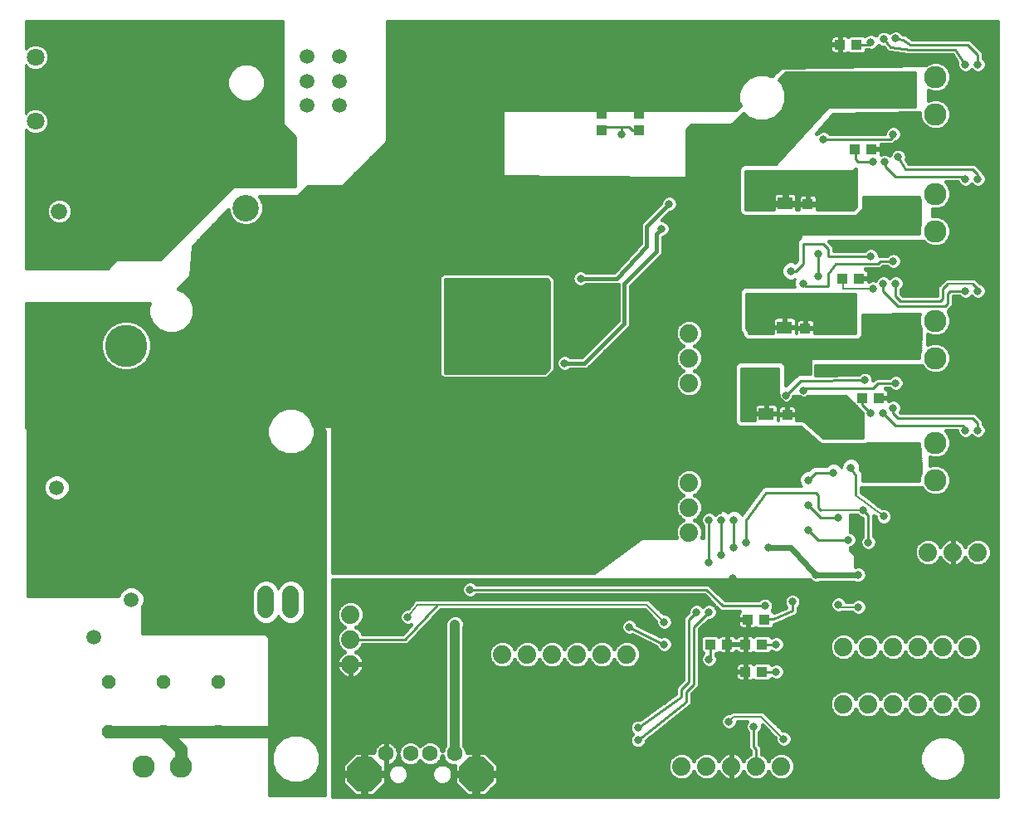
<source format=gbl>
G75*
G70*
%OFA0B0*%
%FSLAX24Y24*%
%IPPOS*%
%LPD*%
%AMOC8*
5,1,8,0,0,1.08239X$1,22.5*
%
%ADD10C,0.0709*%
%ADD11C,0.0660*%
%ADD12C,0.0591*%
%ADD13R,0.0394X0.0433*%
%ADD14C,0.0740*%
%ADD15R,0.0433X0.0394*%
%ADD16C,0.0594*%
%ADD17C,0.0660*%
%ADD18OC8,0.0520*%
%ADD19C,0.0900*%
%ADD20C,0.1063*%
%ADD21C,0.1700*%
%ADD22R,0.0591X0.0512*%
%ADD23OC8,0.1384*%
%ADD24C,0.0630*%
%ADD25C,0.0320*%
%ADD26C,0.0100*%
%ADD27C,0.0160*%
%ADD28C,0.0500*%
%ADD29C,0.0080*%
%ADD30C,0.0240*%
%ADD31C,0.0400*%
D10*
X002250Y055120D03*
X002250Y057699D03*
D11*
X003200Y051510D03*
X003200Y050510D03*
D12*
X013141Y055756D03*
X013141Y056740D03*
X013141Y057724D03*
X014440Y057724D03*
X014440Y056740D03*
X014440Y055756D03*
D13*
X025000Y055444D03*
X025000Y054775D03*
X026500Y054775D03*
X026500Y055444D03*
X033270Y051794D03*
X033270Y051125D03*
X033170Y046804D03*
X033170Y046135D03*
X032440Y043334D03*
X032440Y042665D03*
D14*
X028500Y042610D03*
X028500Y041610D03*
X028500Y040610D03*
X028500Y039610D03*
X028500Y038610D03*
X026000Y033710D03*
X025000Y033710D03*
X024000Y033710D03*
X023000Y033710D03*
X022000Y033710D03*
X021000Y033710D03*
X014900Y033310D03*
X014900Y034310D03*
X014900Y035310D03*
X028200Y029210D03*
X029200Y029210D03*
X030200Y029210D03*
X031200Y029210D03*
X032200Y029210D03*
X034700Y031710D03*
X035700Y031710D03*
X036700Y031710D03*
X037700Y031710D03*
X038700Y031710D03*
X039700Y031710D03*
X039700Y034010D03*
X038700Y034010D03*
X037700Y034010D03*
X036700Y034010D03*
X035700Y034010D03*
X034700Y034010D03*
X038100Y037810D03*
X039100Y037810D03*
X040100Y037810D03*
X028500Y043610D03*
X028500Y044610D03*
X028500Y045610D03*
X028500Y046610D03*
D15*
X034665Y048810D03*
X035335Y048810D03*
X035465Y044010D03*
X036135Y044010D03*
X031535Y035110D03*
X030865Y035110D03*
X030765Y034110D03*
X031435Y034110D03*
X031435Y033010D03*
X030765Y033010D03*
X030035Y034110D03*
X029365Y034110D03*
X035165Y054010D03*
X035835Y054010D03*
X035235Y058210D03*
X034565Y058210D03*
D16*
X006100Y035910D03*
X004600Y034410D03*
X003100Y040410D03*
X004600Y041410D03*
D17*
X011500Y036140D02*
X011500Y035480D01*
X012500Y035480D02*
X012500Y036140D01*
X013500Y036140D02*
X013500Y035480D01*
D18*
X009600Y032610D03*
X009600Y030610D03*
X007400Y030610D03*
X007400Y032610D03*
X005200Y032610D03*
X005200Y030610D03*
D19*
X006600Y029210D03*
X008100Y029210D03*
X038400Y040710D03*
X038400Y042210D03*
X038400Y045610D03*
X038400Y047110D03*
X038400Y050710D03*
X038400Y052210D03*
X038400Y055410D03*
X038400Y056910D03*
D20*
X010700Y053810D03*
X010700Y051644D03*
D21*
X005894Y046110D03*
X004713Y044259D03*
X003531Y046110D03*
D22*
X031600Y043364D03*
X031600Y042616D03*
X032330Y046096D03*
X032330Y046844D03*
X032360Y051076D03*
X032360Y051824D03*
D23*
X019944Y028893D03*
X015456Y028893D03*
D24*
X016322Y029719D03*
X017306Y029719D03*
X018094Y029719D03*
X019078Y029719D03*
D25*
X019100Y034910D03*
X019700Y036310D03*
X018100Y037210D03*
X017200Y035210D03*
X023500Y045410D03*
X022500Y046510D03*
X022500Y046910D03*
X022500Y047310D03*
X022000Y047310D03*
X021600Y047310D03*
X021200Y047310D03*
X021000Y046110D03*
X021400Y046110D03*
X021800Y046110D03*
X024140Y048810D03*
X025200Y050310D03*
X025200Y050810D03*
X025200Y051410D03*
X024600Y050810D03*
X025800Y050810D03*
X025800Y050310D03*
X026400Y050310D03*
X026400Y050810D03*
X025800Y051410D03*
X027400Y050810D03*
X027700Y049910D03*
X028200Y049910D03*
X028900Y049510D03*
X027700Y051810D03*
X025800Y054610D03*
X027300Y055910D03*
X026780Y056830D03*
X026640Y057650D03*
X025540Y057650D03*
X023200Y056010D03*
X022200Y056010D03*
X022200Y057010D03*
X022200Y058010D03*
X021200Y058010D03*
X021200Y057010D03*
X021200Y056010D03*
X020200Y056010D03*
X020200Y057010D03*
X020200Y058010D03*
X019200Y058010D03*
X019200Y057010D03*
X019200Y056010D03*
X019200Y055010D03*
X019200Y054010D03*
X020200Y054010D03*
X020200Y055010D03*
X019200Y053010D03*
X019200Y052010D03*
X018200Y052010D03*
X018200Y053110D03*
X018200Y054010D03*
X018200Y055010D03*
X018200Y056010D03*
X018200Y057010D03*
X018200Y058010D03*
X017200Y058010D03*
X017200Y057010D03*
X017200Y056010D03*
X017200Y055010D03*
X017200Y054010D03*
X017200Y053010D03*
X017200Y052010D03*
X016200Y052010D03*
X016200Y053010D03*
X015200Y052010D03*
X015200Y051010D03*
X016200Y051010D03*
X016200Y050010D03*
X017200Y050010D03*
X017200Y051010D03*
X018200Y051010D03*
X021600Y051210D03*
X021600Y051810D03*
X022200Y051810D03*
X022200Y052410D03*
X022200Y051210D03*
X022200Y050610D03*
X021600Y050610D03*
X021600Y050010D03*
X022200Y050010D03*
X029300Y039110D03*
X029800Y039110D03*
X030300Y039110D03*
X030800Y038210D03*
X030300Y038010D03*
X029800Y037710D03*
X029300Y037410D03*
X030260Y036750D03*
X029300Y035410D03*
X028800Y035410D03*
X029300Y033510D03*
X027500Y034110D03*
X027500Y035010D03*
X026100Y034810D03*
X024100Y035410D03*
X026450Y030760D03*
X026450Y030260D03*
X030100Y031010D03*
X030400Y030710D03*
X031100Y030810D03*
X032300Y030310D03*
X032000Y033010D03*
X032000Y034110D03*
X033400Y034110D03*
X033400Y032910D03*
X032650Y035820D03*
X032620Y036260D03*
X031550Y035660D03*
X031700Y038010D03*
X033300Y038710D03*
X033300Y039710D03*
X033300Y040710D03*
X034300Y041010D03*
X035000Y041210D03*
X034800Y042610D03*
X034800Y043110D03*
X035300Y043110D03*
X035300Y042610D03*
X035800Y043410D03*
X036300Y043410D03*
X036700Y043610D03*
X036800Y044610D03*
X037500Y044610D03*
X037000Y046210D03*
X036700Y046510D03*
X036400Y046710D03*
X036400Y046210D03*
X037000Y046710D03*
X036800Y048610D03*
X036300Y048610D03*
X035900Y048410D03*
X034900Y048010D03*
X034900Y047410D03*
X034900Y046810D03*
X034300Y046810D03*
X034300Y047410D03*
X034300Y048010D03*
X033700Y048910D03*
X033100Y048610D03*
X033700Y049810D03*
X032600Y049110D03*
X031600Y047910D03*
X031100Y047910D03*
X031100Y047410D03*
X031600Y047410D03*
X031600Y046910D03*
X031100Y046910D03*
X031100Y044810D03*
X031300Y044410D03*
X031600Y044810D03*
X030800Y044410D03*
X030800Y043910D03*
X032400Y044110D03*
X033100Y044310D03*
X032700Y045610D03*
X034400Y043610D03*
X034900Y043610D03*
X035560Y044730D03*
X036400Y041710D03*
X036700Y041510D03*
X037000Y041710D03*
X037000Y041210D03*
X036400Y041210D03*
X035500Y039510D03*
X036320Y039250D03*
X035700Y038210D03*
X034900Y038310D03*
X034500Y039210D03*
X035300Y036910D03*
X035300Y035610D03*
X034500Y035710D03*
X034200Y036410D03*
X033600Y036910D03*
X036800Y037410D03*
X037200Y039210D03*
X039600Y042710D03*
X040100Y042710D03*
X040100Y048310D03*
X039600Y048310D03*
X037200Y049610D03*
X036700Y049510D03*
X035800Y049710D03*
X036400Y051210D03*
X036700Y051510D03*
X036400Y051710D03*
X037000Y051710D03*
X037000Y051210D03*
X036360Y053490D03*
X035900Y053510D03*
X034900Y053010D03*
X034900Y052410D03*
X034900Y051810D03*
X034300Y051810D03*
X034300Y052410D03*
X034300Y053010D03*
X033900Y054410D03*
X033900Y056910D03*
X035800Y058310D03*
X036320Y058430D03*
X036800Y058450D03*
X037000Y056710D03*
X036700Y056510D03*
X036400Y056710D03*
X036400Y056210D03*
X037000Y056210D03*
X036700Y054610D03*
X037400Y054510D03*
X036900Y053690D03*
X039600Y052810D03*
X040100Y052810D03*
X040100Y057410D03*
X039600Y057410D03*
X032600Y050610D03*
X031600Y051910D03*
X031600Y052410D03*
X031600Y052910D03*
X031100Y052910D03*
X031100Y052410D03*
X031100Y051910D03*
X030600Y057710D03*
X030600Y058510D03*
X012110Y054590D03*
X012100Y054090D03*
X012090Y053600D03*
X012100Y053080D03*
X011570Y053090D03*
X011570Y053600D03*
X011570Y053600D03*
X011570Y054100D03*
X011470Y054700D03*
X011470Y055100D03*
X011470Y055490D03*
X011070Y055490D03*
X011070Y055100D03*
X010670Y055100D03*
X010670Y055490D03*
X010270Y055490D03*
X010270Y055100D03*
X010270Y054700D03*
X010670Y054700D03*
X011070Y054700D03*
X007680Y057800D03*
X007680Y058300D03*
X007080Y058300D03*
X007080Y057800D03*
X006730Y057260D03*
X006740Y056790D03*
X006980Y056400D03*
X006980Y056000D03*
X006480Y056000D03*
X006480Y056400D03*
X006230Y055400D03*
X006480Y057800D03*
X006480Y058300D03*
X005860Y058300D03*
X005870Y057800D03*
X004100Y057820D03*
X004120Y058260D03*
X003650Y058320D03*
X003170Y058330D03*
X003900Y054980D03*
X003890Y054380D03*
X003790Y053590D03*
X003790Y053090D03*
X003290Y053090D03*
X003290Y053590D03*
X004000Y050110D03*
X004000Y049510D03*
X003400Y049510D03*
X002800Y049510D03*
X004600Y049510D03*
X004600Y050110D03*
X005200Y050110D03*
X006460Y052920D03*
X007360Y052910D03*
D26*
X011620Y034402D02*
X011620Y028020D01*
X013900Y028020D01*
X013900Y042710D01*
X013800Y042810D01*
X013460Y042810D01*
X013460Y042519D01*
X013314Y042166D01*
X013044Y041896D01*
X012691Y041750D01*
X012309Y041750D01*
X011956Y041896D01*
X011686Y042166D01*
X011540Y042519D01*
X011540Y042810D01*
X001910Y042810D01*
X001910Y036020D01*
X005597Y036020D01*
X005670Y036197D01*
X005813Y036340D01*
X005999Y036417D01*
X006201Y036417D01*
X006387Y036340D01*
X006530Y036197D01*
X006607Y036011D01*
X006607Y035809D01*
X006530Y035623D01*
X006510Y035603D01*
X006510Y034525D01*
X011497Y034525D01*
X011620Y034402D01*
X011612Y034409D02*
X013900Y034409D01*
X013900Y034311D02*
X011620Y034311D01*
X011620Y034212D02*
X013900Y034212D01*
X013900Y034114D02*
X011620Y034114D01*
X011620Y034015D02*
X013900Y034015D01*
X013900Y033917D02*
X011620Y033917D01*
X011620Y033818D02*
X013900Y033818D01*
X013900Y033720D02*
X011620Y033720D01*
X011620Y033621D02*
X013900Y033621D01*
X013900Y033523D02*
X011620Y033523D01*
X011620Y033424D02*
X013900Y033424D01*
X013900Y033326D02*
X011620Y033326D01*
X011620Y033227D02*
X013900Y033227D01*
X013900Y033129D02*
X011620Y033129D01*
X011620Y033030D02*
X013900Y033030D01*
X013900Y032932D02*
X011620Y032932D01*
X011620Y032833D02*
X013900Y032833D01*
X013900Y032735D02*
X011620Y032735D01*
X011620Y032636D02*
X013900Y032636D01*
X013900Y032538D02*
X011620Y032538D01*
X011620Y032439D02*
X013900Y032439D01*
X013900Y032341D02*
X011620Y032341D01*
X011620Y032242D02*
X013900Y032242D01*
X013900Y032144D02*
X011620Y032144D01*
X011620Y032045D02*
X013900Y032045D01*
X013900Y031947D02*
X011620Y031947D01*
X011620Y031848D02*
X013900Y031848D01*
X013900Y031750D02*
X011620Y031750D01*
X011620Y031651D02*
X013900Y031651D01*
X013900Y031553D02*
X011620Y031553D01*
X011620Y031454D02*
X013900Y031454D01*
X013900Y031356D02*
X011620Y031356D01*
X011620Y031257D02*
X013900Y031257D01*
X013900Y031159D02*
X011620Y031159D01*
X011620Y031060D02*
X013900Y031060D01*
X013900Y030962D02*
X011620Y030962D01*
X011620Y030863D02*
X013900Y030863D01*
X013900Y030765D02*
X011620Y030765D01*
X011620Y030666D02*
X013900Y030666D01*
X013900Y030568D02*
X011620Y030568D01*
X011620Y030469D02*
X012508Y030469D01*
X012509Y030470D02*
X012156Y030324D01*
X011886Y030054D01*
X011740Y029701D01*
X011740Y029319D01*
X011886Y028966D01*
X012156Y028696D01*
X012509Y028550D01*
X012891Y028550D01*
X013244Y028696D01*
X013514Y028966D01*
X013660Y029319D01*
X013660Y029701D01*
X013514Y030054D01*
X013244Y030324D01*
X012891Y030470D01*
X012509Y030470D01*
X012270Y030371D02*
X011620Y030371D01*
X011620Y030272D02*
X012105Y030272D01*
X012006Y030174D02*
X011620Y030174D01*
X011620Y030075D02*
X011908Y030075D01*
X011854Y029977D02*
X011620Y029977D01*
X011620Y029878D02*
X011814Y029878D01*
X011773Y029780D02*
X011620Y029780D01*
X011620Y029681D02*
X011740Y029681D01*
X011740Y029583D02*
X011620Y029583D01*
X011620Y029484D02*
X011740Y029484D01*
X011740Y029386D02*
X011620Y029386D01*
X011620Y029287D02*
X011753Y029287D01*
X011794Y029189D02*
X011620Y029189D01*
X011620Y029090D02*
X011835Y029090D01*
X011875Y028992D02*
X011620Y028992D01*
X011620Y028893D02*
X011959Y028893D01*
X012057Y028795D02*
X011620Y028795D01*
X011620Y028696D02*
X012156Y028696D01*
X012393Y028598D02*
X011620Y028598D01*
X011620Y028499D02*
X013900Y028499D01*
X013900Y028401D02*
X011620Y028401D01*
X011620Y028302D02*
X013900Y028302D01*
X013900Y028204D02*
X011620Y028204D01*
X011620Y028105D02*
X013900Y028105D01*
X013900Y028598D02*
X013007Y028598D01*
X013244Y028696D02*
X013900Y028696D01*
X013900Y028795D02*
X013343Y028795D01*
X013441Y028893D02*
X013900Y028893D01*
X013900Y028992D02*
X013525Y028992D01*
X013565Y029090D02*
X013900Y029090D01*
X013900Y029189D02*
X013606Y029189D01*
X013647Y029287D02*
X013900Y029287D01*
X013900Y029386D02*
X013660Y029386D01*
X013660Y029484D02*
X013900Y029484D01*
X013900Y029583D02*
X013660Y029583D01*
X013660Y029681D02*
X013900Y029681D01*
X013900Y029780D02*
X013627Y029780D01*
X013586Y029878D02*
X013900Y029878D01*
X013900Y029977D02*
X013546Y029977D01*
X013492Y030075D02*
X013900Y030075D01*
X013900Y030174D02*
X013394Y030174D01*
X013295Y030272D02*
X013900Y030272D01*
X013900Y030371D02*
X013130Y030371D01*
X012892Y030469D02*
X013900Y030469D01*
X014900Y034310D02*
X017100Y034310D01*
X018400Y035710D01*
X019700Y036310D02*
X029200Y036310D01*
X029850Y035660D01*
X031550Y035660D01*
X031535Y035110D02*
X031885Y035134D01*
X032650Y035450D01*
X032650Y035800D01*
X032000Y034110D02*
X031435Y034110D01*
X031435Y033010D02*
X032000Y033010D01*
X031100Y030810D02*
X031100Y030010D01*
X031200Y029910D01*
X031200Y029210D01*
X028400Y032210D02*
X028700Y032510D01*
X028700Y034810D01*
X029300Y035410D01*
X028800Y035410D02*
X028500Y035110D01*
X028500Y032610D01*
X028200Y032310D01*
X028200Y032010D01*
X026450Y030760D01*
X026450Y030260D02*
X028400Y031810D01*
X028400Y032210D01*
X029300Y033510D02*
X029365Y033575D01*
X029365Y034110D01*
X027500Y034110D02*
X026100Y034810D01*
X029300Y037410D02*
X029300Y039110D01*
X029800Y039110D02*
X029800Y037710D01*
X030300Y038010D02*
X030300Y039110D01*
X030050Y039383D02*
X030010Y039424D01*
X029874Y039480D01*
X029801Y039480D01*
X029900Y052910D01*
X028500Y052810D01*
X028400Y052910D01*
X028400Y054810D01*
X028600Y055010D01*
X030200Y055010D01*
X030682Y055470D01*
X030856Y055296D01*
X031209Y055150D01*
X031591Y055150D01*
X031944Y055296D01*
X032214Y055566D01*
X032360Y055919D01*
X032360Y056301D01*
X032214Y056654D01*
X032071Y056796D01*
X032400Y057110D01*
X037600Y057110D01*
X037600Y055710D01*
X034100Y055710D01*
X031975Y053400D01*
X030742Y053400D01*
X030636Y053356D01*
X030554Y053274D01*
X030510Y053168D01*
X030510Y051552D01*
X030554Y051446D01*
X030636Y051364D01*
X030742Y051320D01*
X035158Y051320D01*
X035264Y051364D01*
X035346Y051446D01*
X035446Y051546D01*
X035490Y051652D01*
X035490Y052110D01*
X037740Y052110D01*
X037740Y052079D01*
X037800Y051934D01*
X037800Y050986D01*
X037740Y050841D01*
X037740Y050610D01*
X033000Y050610D01*
X032996Y050448D01*
X032953Y050430D01*
X032880Y050357D01*
X032840Y050262D01*
X032840Y049518D01*
X032765Y049442D01*
X032674Y049480D01*
X032526Y049480D01*
X032390Y049424D01*
X032286Y049319D01*
X032230Y049183D01*
X032230Y049036D01*
X032286Y048900D01*
X032390Y048796D01*
X032526Y048740D01*
X032674Y048740D01*
X032770Y048780D01*
X032730Y048683D01*
X032730Y048536D01*
X032758Y048470D01*
X030748Y048470D01*
X030653Y048430D01*
X030580Y048357D01*
X030540Y048262D01*
X030540Y046758D01*
X030580Y046663D01*
X030640Y046602D01*
X030640Y046558D01*
X030680Y046463D01*
X030753Y046389D01*
X030848Y046350D01*
X035252Y046350D01*
X035347Y046389D01*
X035420Y046463D01*
X035460Y046558D01*
X035460Y047361D01*
X037802Y047390D01*
X037740Y047241D01*
X037740Y046979D01*
X037813Y046801D01*
X037803Y045894D01*
X037740Y045741D01*
X037740Y045610D01*
X033400Y045610D01*
X033400Y044973D01*
X032999Y044970D01*
X032948Y044970D01*
X032947Y044969D01*
X032946Y044969D01*
X032900Y044950D01*
X032853Y044930D01*
X032852Y044930D01*
X032851Y044929D01*
X032815Y044893D01*
X032402Y044480D01*
X032360Y044480D01*
X032360Y045262D01*
X032320Y045357D01*
X032247Y045430D01*
X032152Y045470D01*
X030548Y045470D01*
X030453Y045430D01*
X030380Y045357D01*
X030340Y045262D01*
X030340Y043058D01*
X030380Y042963D01*
X030453Y042889D01*
X030548Y042850D01*
X033002Y042850D01*
X033722Y042220D01*
X033753Y042189D01*
X033761Y042186D01*
X033768Y042180D01*
X033808Y042166D01*
X033848Y042150D01*
X033857Y042150D01*
X033866Y042147D01*
X033909Y042150D01*
X035552Y042150D01*
X035647Y042189D01*
X035668Y042210D01*
X037740Y042210D01*
X037740Y042079D01*
X037802Y041929D01*
X037808Y041005D01*
X037740Y040841D01*
X037740Y040660D01*
X035460Y040660D01*
X035460Y040884D01*
X035465Y040910D01*
X037769Y040910D01*
X037740Y040812D02*
X035460Y040812D01*
X035465Y040910D02*
X035460Y040935D01*
X035460Y040962D01*
X035450Y040986D01*
X035445Y041011D01*
X035430Y041033D01*
X035420Y041057D01*
X035402Y041075D01*
X035367Y041128D01*
X035370Y041136D01*
X035370Y041283D01*
X035314Y041419D01*
X035210Y041524D01*
X035074Y041580D01*
X034926Y041580D01*
X034790Y041524D01*
X034686Y041419D01*
X034630Y041283D01*
X034630Y041180D01*
X034614Y041219D01*
X034510Y041324D01*
X034374Y041380D01*
X034226Y041380D01*
X034090Y041324D01*
X034037Y041270D01*
X033548Y041270D01*
X033453Y041230D01*
X033302Y041080D01*
X033226Y041080D01*
X033090Y041024D01*
X032986Y040919D01*
X032930Y040783D01*
X032930Y040636D01*
X032986Y040500D01*
X033017Y040470D01*
X031631Y040470D01*
X031611Y040475D01*
X031580Y040470D01*
X031548Y040470D01*
X031529Y040462D01*
X031508Y040459D01*
X031482Y040442D01*
X031453Y040430D01*
X031438Y040415D01*
X031420Y040405D01*
X031402Y040379D01*
X031380Y040357D01*
X031372Y040338D01*
X030620Y039304D01*
X030614Y039319D01*
X030510Y039424D01*
X030374Y039480D01*
X030226Y039480D01*
X030090Y039424D01*
X030050Y039383D01*
X029987Y039433D02*
X030113Y039433D01*
X029801Y039531D02*
X030785Y039531D01*
X030713Y039433D02*
X030487Y039433D01*
X030599Y039334D02*
X030642Y039334D01*
X030800Y039110D02*
X030800Y038210D01*
X030800Y039110D02*
X031600Y040210D01*
X033600Y040210D01*
X033700Y040110D01*
X033700Y039610D01*
X033800Y039510D01*
X033800Y039210D02*
X033300Y039710D01*
X033800Y039210D02*
X034500Y039210D01*
X034900Y038310D02*
X033700Y038310D01*
X033300Y038710D01*
X032980Y040516D02*
X029808Y040516D01*
X029807Y040418D02*
X031440Y040418D01*
X031358Y040319D02*
X029807Y040319D01*
X029806Y040221D02*
X031287Y040221D01*
X031215Y040122D02*
X029805Y040122D01*
X029805Y040024D02*
X031143Y040024D01*
X031072Y039925D02*
X029804Y039925D01*
X029803Y039827D02*
X031000Y039827D01*
X030928Y039728D02*
X029802Y039728D01*
X029802Y039630D02*
X030857Y039630D01*
X029809Y040615D02*
X032939Y040615D01*
X032930Y040713D02*
X029810Y040713D01*
X029810Y040812D02*
X032942Y040812D01*
X032983Y040910D02*
X029811Y040910D01*
X029812Y041009D02*
X033076Y041009D01*
X033330Y041107D02*
X029813Y041107D01*
X029813Y041206D02*
X033428Y041206D01*
X033600Y041010D02*
X033300Y040710D01*
X033400Y040710D01*
X033600Y041010D02*
X034300Y041010D01*
X034529Y041304D02*
X034639Y041304D01*
X034630Y041206D02*
X034619Y041206D01*
X034679Y041403D02*
X029815Y041403D01*
X029815Y041501D02*
X034768Y041501D01*
X035000Y041210D02*
X035200Y040910D01*
X035200Y040110D01*
X035460Y040713D02*
X037740Y040713D01*
X037808Y041009D02*
X035445Y041009D01*
X035381Y041107D02*
X037807Y041107D01*
X037806Y041206D02*
X035370Y041206D01*
X035361Y041304D02*
X037806Y041304D01*
X037805Y041403D02*
X035321Y041403D01*
X035232Y041501D02*
X037805Y041501D01*
X037804Y041600D02*
X029816Y041600D01*
X029817Y041698D02*
X037803Y041698D01*
X037803Y041797D02*
X029818Y041797D01*
X029818Y041895D02*
X037802Y041895D01*
X037775Y041994D02*
X029819Y041994D01*
X029820Y042092D02*
X037740Y042092D01*
X037740Y042191D02*
X035649Y042191D01*
X035500Y042410D02*
X033900Y042410D01*
X033100Y043110D01*
X032787Y043110D01*
X032787Y043286D01*
X032488Y043286D01*
X032488Y043383D01*
X032392Y043383D01*
X032392Y043701D01*
X032223Y043701D01*
X032185Y043691D01*
X032151Y043671D01*
X032123Y043643D01*
X032103Y043609D01*
X032093Y043571D01*
X032093Y043383D01*
X032392Y043383D01*
X032392Y043286D01*
X032093Y043286D01*
X032093Y043110D01*
X032045Y043110D01*
X032045Y043314D01*
X031650Y043314D01*
X031650Y043414D01*
X031550Y043414D01*
X031550Y043770D01*
X031285Y043770D01*
X031247Y043760D01*
X031213Y043740D01*
X031185Y043712D01*
X031165Y043678D01*
X031155Y043640D01*
X031155Y043414D01*
X031550Y043414D01*
X031550Y043314D01*
X031155Y043314D01*
X031155Y043110D01*
X030600Y043110D01*
X030600Y045210D01*
X032100Y045210D01*
X032100Y044210D01*
X032135Y044175D01*
X032130Y044164D01*
X032130Y044056D01*
X032171Y043957D01*
X032247Y043881D01*
X032346Y043840D01*
X032454Y043840D01*
X032553Y043881D01*
X032629Y043957D01*
X032670Y044056D01*
X032670Y044110D01*
X032918Y044110D01*
X032947Y044081D01*
X033046Y044040D01*
X033154Y044040D01*
X033253Y044081D01*
X033282Y044110D01*
X034800Y044110D01*
X035139Y043771D01*
X035139Y043767D01*
X031926Y043767D01*
X031915Y043770D02*
X031650Y043770D01*
X031650Y043414D01*
X032045Y043414D01*
X032045Y043640D01*
X032035Y043678D01*
X032015Y043712D01*
X031987Y043740D01*
X031953Y043760D01*
X031915Y043770D01*
X032038Y043668D02*
X032148Y043668D01*
X032093Y043570D02*
X032045Y043570D01*
X032045Y043471D02*
X032093Y043471D01*
X032093Y043274D02*
X032045Y043274D01*
X032045Y043176D02*
X032093Y043176D01*
X032392Y043373D02*
X031650Y043373D01*
X031650Y043471D02*
X031550Y043471D01*
X031550Y043373D02*
X030600Y043373D01*
X030600Y043471D02*
X031155Y043471D01*
X031155Y043570D02*
X030600Y043570D01*
X030600Y043668D02*
X031162Y043668D01*
X031274Y043767D02*
X030600Y043767D01*
X030600Y043865D02*
X032285Y043865D01*
X032168Y043964D02*
X030600Y043964D01*
X030600Y044062D02*
X032130Y044062D01*
X032130Y044161D02*
X030600Y044161D01*
X030600Y044259D02*
X032100Y044259D01*
X032100Y044358D02*
X030600Y044358D01*
X030600Y044456D02*
X032100Y044456D01*
X032100Y044555D02*
X030600Y044555D01*
X030600Y044653D02*
X032100Y044653D01*
X032100Y044752D02*
X030600Y044752D01*
X030600Y044850D02*
X032100Y044850D01*
X032100Y044949D02*
X030600Y044949D01*
X030600Y045047D02*
X032100Y045047D01*
X032100Y045146D02*
X030600Y045146D01*
X030340Y045146D02*
X029842Y045146D01*
X029843Y045244D02*
X030340Y045244D01*
X030374Y045343D02*
X029844Y045343D01*
X029845Y045441D02*
X030480Y045441D01*
X030340Y045047D02*
X029842Y045047D01*
X029841Y044949D02*
X030340Y044949D01*
X030340Y044850D02*
X029840Y044850D01*
X029840Y044752D02*
X030340Y044752D01*
X030340Y044653D02*
X029839Y044653D01*
X029838Y044555D02*
X030340Y044555D01*
X030340Y044456D02*
X029837Y044456D01*
X029837Y044358D02*
X030340Y044358D01*
X030340Y044259D02*
X029836Y044259D01*
X029835Y044161D02*
X030340Y044161D01*
X030340Y044062D02*
X029834Y044062D01*
X029834Y043964D02*
X030340Y043964D01*
X030340Y043865D02*
X029833Y043865D01*
X029832Y043767D02*
X030340Y043767D01*
X030340Y043668D02*
X029832Y043668D01*
X029831Y043570D02*
X030340Y043570D01*
X030340Y043471D02*
X029830Y043471D01*
X029829Y043373D02*
X030340Y043373D01*
X030340Y043274D02*
X029829Y043274D01*
X029828Y043176D02*
X030340Y043176D01*
X030340Y043077D02*
X029827Y043077D01*
X029826Y042979D02*
X030373Y042979D01*
X030475Y042880D02*
X029826Y042880D01*
X029825Y042782D02*
X033080Y042782D01*
X033193Y042683D02*
X029824Y042683D01*
X029824Y042585D02*
X033305Y042585D01*
X033418Y042486D02*
X029823Y042486D01*
X029822Y042388D02*
X033530Y042388D01*
X033643Y042289D02*
X029821Y042289D01*
X029821Y042191D02*
X033751Y042191D01*
X033813Y042486D02*
X035500Y042486D01*
X035500Y042410D02*
X035500Y043410D01*
X035207Y043703D01*
X035203Y043703D01*
X035139Y043767D01*
X035044Y043865D02*
X032515Y043865D01*
X032632Y043964D02*
X034946Y043964D01*
X034847Y044062D02*
X033208Y044062D01*
X032992Y044062D02*
X032670Y044062D01*
X032400Y044110D02*
X033000Y044710D01*
X035560Y044730D01*
X035900Y044410D02*
X033200Y044410D01*
X033100Y044310D01*
X032773Y044850D02*
X032360Y044850D01*
X032360Y044752D02*
X032674Y044752D01*
X032576Y044653D02*
X032360Y044653D01*
X032360Y044555D02*
X032477Y044555D01*
X032360Y044949D02*
X032898Y044949D01*
X033400Y045047D02*
X032360Y045047D01*
X032360Y045146D02*
X033400Y045146D01*
X033400Y045244D02*
X032360Y045244D01*
X032326Y045343D02*
X033400Y045343D01*
X033400Y045441D02*
X032220Y045441D01*
X032400Y045610D02*
X032340Y045670D01*
X032340Y046086D01*
X032330Y046096D01*
X032400Y045610D02*
X032700Y045610D01*
X033400Y045540D02*
X029845Y045540D01*
X029846Y045638D02*
X037740Y045638D01*
X037740Y045737D02*
X029847Y045737D01*
X029848Y045835D02*
X037779Y045835D01*
X037804Y045934D02*
X029848Y045934D01*
X029849Y046032D02*
X037805Y046032D01*
X037806Y046131D02*
X029850Y046131D01*
X029851Y046229D02*
X037807Y046229D01*
X037808Y046328D02*
X029851Y046328D01*
X029852Y046426D02*
X030716Y046426D01*
X030654Y046525D02*
X029853Y046525D01*
X029853Y046623D02*
X030619Y046623D01*
X030555Y046722D02*
X029854Y046722D01*
X029855Y046820D02*
X030540Y046820D01*
X030540Y046919D02*
X029856Y046919D01*
X029856Y047017D02*
X030540Y047017D01*
X030540Y047116D02*
X029857Y047116D01*
X029858Y047214D02*
X030540Y047214D01*
X030540Y047313D02*
X029859Y047313D01*
X029859Y047411D02*
X030540Y047411D01*
X030540Y047510D02*
X029860Y047510D01*
X029861Y047608D02*
X030540Y047608D01*
X030540Y047707D02*
X029861Y047707D01*
X029862Y047805D02*
X030540Y047805D01*
X030540Y047904D02*
X029863Y047904D01*
X029864Y048002D02*
X030540Y048002D01*
X030540Y048101D02*
X029864Y048101D01*
X029865Y048199D02*
X030540Y048199D01*
X030555Y048298D02*
X029866Y048298D01*
X029867Y048396D02*
X030619Y048396D01*
X030800Y048210D02*
X035200Y048210D01*
X035200Y046610D01*
X033517Y046610D01*
X033517Y046756D01*
X033218Y046756D01*
X033218Y046853D01*
X033122Y046853D01*
X033122Y047171D01*
X032953Y047171D01*
X032915Y047161D01*
X032881Y047141D01*
X032853Y047113D01*
X032833Y047079D01*
X032823Y047041D01*
X032823Y046853D01*
X033122Y046853D01*
X033122Y046756D01*
X032823Y046756D01*
X032823Y046610D01*
X032775Y046610D01*
X032775Y046794D01*
X032380Y046794D01*
X032380Y046894D01*
X032280Y046894D01*
X032280Y047250D01*
X032015Y047250D01*
X031977Y047240D01*
X031943Y047220D01*
X031915Y047192D01*
X031895Y047158D01*
X031885Y047120D01*
X031885Y046894D01*
X032280Y046894D01*
X032280Y046794D01*
X031885Y046794D01*
X031885Y046610D01*
X030900Y046610D01*
X030900Y046710D01*
X030800Y046810D01*
X030800Y048210D01*
X030800Y048199D02*
X035200Y048199D01*
X035200Y048101D02*
X030800Y048101D01*
X030800Y048002D02*
X035200Y048002D01*
X035200Y047904D02*
X030800Y047904D01*
X030800Y047805D02*
X035200Y047805D01*
X035200Y047707D02*
X030800Y047707D01*
X030800Y047608D02*
X035200Y047608D01*
X035200Y047510D02*
X030800Y047510D01*
X030800Y047411D02*
X035200Y047411D01*
X035200Y047313D02*
X030800Y047313D01*
X030800Y047214D02*
X031937Y047214D01*
X031885Y047116D02*
X030800Y047116D01*
X030800Y047017D02*
X031885Y047017D01*
X031885Y046919D02*
X030800Y046919D01*
X030800Y046820D02*
X032280Y046820D01*
X032280Y046919D02*
X032380Y046919D01*
X032380Y046894D02*
X032380Y047250D01*
X032645Y047250D01*
X032683Y047240D01*
X032717Y047220D01*
X032745Y047192D01*
X032765Y047158D01*
X032775Y047120D01*
X032775Y046894D01*
X032380Y046894D01*
X032380Y046820D02*
X033122Y046820D01*
X033218Y046820D02*
X035200Y046820D01*
X035200Y046722D02*
X033517Y046722D01*
X033517Y046623D02*
X035200Y046623D01*
X035460Y046623D02*
X037811Y046623D01*
X037810Y046525D02*
X035446Y046525D01*
X035384Y046426D02*
X037809Y046426D01*
X037812Y046722D02*
X035460Y046722D01*
X035460Y046820D02*
X037806Y046820D01*
X037765Y046919D02*
X035460Y046919D01*
X035460Y047017D02*
X037740Y047017D01*
X037740Y047116D02*
X035460Y047116D01*
X035460Y047214D02*
X037740Y047214D01*
X037770Y047313D02*
X035460Y047313D01*
X035200Y047214D02*
X032723Y047214D01*
X032775Y047116D02*
X032856Y047116D01*
X032823Y047017D02*
X032775Y047017D01*
X032775Y046919D02*
X032823Y046919D01*
X032823Y046722D02*
X032775Y046722D01*
X032775Y046623D02*
X032823Y046623D01*
X033122Y046919D02*
X033218Y046919D01*
X033218Y046853D02*
X033218Y047171D01*
X033387Y047171D01*
X033425Y047161D01*
X033459Y047141D01*
X033487Y047113D01*
X033507Y047079D01*
X033517Y047041D01*
X033517Y046853D01*
X033218Y046853D01*
X033218Y047017D02*
X033122Y047017D01*
X033122Y047116D02*
X033218Y047116D01*
X033484Y047116D02*
X035200Y047116D01*
X035200Y047017D02*
X033517Y047017D01*
X033517Y046919D02*
X035200Y046919D01*
X036300Y048310D02*
X036900Y047710D01*
X038800Y047710D01*
X038900Y047810D01*
X038900Y048210D01*
X039000Y048310D01*
X039600Y048310D01*
X039900Y048610D02*
X040100Y048410D01*
X040100Y048310D01*
X038900Y048610D02*
X038700Y048410D01*
X038700Y048010D01*
X038600Y047910D01*
X037000Y047910D01*
X036800Y048110D01*
X036800Y048610D01*
X036300Y048610D02*
X036300Y048310D01*
X036100Y049410D02*
X034400Y049410D01*
X034100Y049010D01*
X034100Y048510D01*
X033200Y048510D01*
X033100Y048610D01*
X032730Y048593D02*
X029868Y048593D01*
X029867Y048495D02*
X032747Y048495D01*
X032734Y048692D02*
X029869Y048692D01*
X029869Y048790D02*
X032404Y048790D01*
X032298Y048889D02*
X029870Y048889D01*
X029871Y048987D02*
X032250Y048987D01*
X032230Y049086D02*
X029872Y049086D01*
X029872Y049184D02*
X032230Y049184D01*
X032271Y049283D02*
X029873Y049283D01*
X029874Y049381D02*
X032348Y049381D01*
X032600Y049110D02*
X032800Y049110D01*
X033100Y049410D01*
X033100Y050210D01*
X033900Y050210D01*
X034100Y050010D01*
X034100Y049710D01*
X035800Y049710D01*
X036100Y049410D02*
X036200Y049510D01*
X036700Y049510D01*
X037740Y050662D02*
X029883Y050662D01*
X029884Y050760D02*
X037740Y050760D01*
X037747Y050859D02*
X029885Y050859D01*
X029886Y050957D02*
X037788Y050957D01*
X037800Y051056D02*
X029886Y051056D01*
X029887Y051154D02*
X037800Y051154D01*
X037800Y051253D02*
X029888Y051253D01*
X029888Y051351D02*
X030666Y051351D01*
X030552Y051450D02*
X029889Y051450D01*
X029890Y051548D02*
X030512Y051548D01*
X030510Y051647D02*
X029891Y051647D01*
X029891Y051745D02*
X030510Y051745D01*
X030510Y051844D02*
X029892Y051844D01*
X029893Y051942D02*
X030510Y051942D01*
X030510Y052041D02*
X029894Y052041D01*
X029894Y052139D02*
X030510Y052139D01*
X030510Y052238D02*
X029895Y052238D01*
X029896Y052336D02*
X030510Y052336D01*
X030510Y052435D02*
X029896Y052435D01*
X029897Y052533D02*
X030510Y052533D01*
X030510Y052632D02*
X029898Y052632D01*
X029899Y052730D02*
X030510Y052730D01*
X030510Y052829D02*
X029899Y052829D01*
X030510Y052927D02*
X028400Y052927D01*
X028400Y053026D02*
X030510Y053026D01*
X030510Y053124D02*
X028400Y053124D01*
X028400Y053223D02*
X030533Y053223D01*
X030601Y053321D02*
X028400Y053321D01*
X028400Y053420D02*
X031993Y053420D01*
X032084Y053518D02*
X028400Y053518D01*
X028400Y053617D02*
X032174Y053617D01*
X032265Y053715D02*
X028400Y053715D01*
X028400Y053814D02*
X032356Y053814D01*
X032446Y053912D02*
X028400Y053912D01*
X028400Y054011D02*
X032537Y054011D01*
X032628Y054109D02*
X028400Y054109D01*
X028400Y054208D02*
X032718Y054208D01*
X032809Y054306D02*
X028400Y054306D01*
X028400Y054405D02*
X032899Y054405D01*
X032990Y054503D02*
X028400Y054503D01*
X028400Y054602D02*
X033081Y054602D01*
X033171Y054700D02*
X028400Y054700D01*
X028400Y054799D02*
X033262Y054799D01*
X033353Y054897D02*
X028488Y054897D01*
X028586Y054996D02*
X033443Y054996D01*
X033534Y055094D02*
X030289Y055094D01*
X030392Y055193D02*
X031105Y055193D01*
X030867Y055291D02*
X030495Y055291D01*
X030598Y055390D02*
X030762Y055390D01*
X031695Y055193D02*
X033624Y055193D01*
X033715Y055291D02*
X031933Y055291D01*
X032038Y055390D02*
X033806Y055390D01*
X033896Y055488D02*
X032136Y055488D01*
X032222Y055587D02*
X033987Y055587D01*
X034078Y055685D02*
X032263Y055685D01*
X032304Y055784D02*
X037600Y055784D01*
X037600Y055882D02*
X032345Y055882D01*
X032360Y055981D02*
X037600Y055981D01*
X037600Y056079D02*
X032360Y056079D01*
X032360Y056178D02*
X037600Y056178D01*
X037600Y056276D02*
X032360Y056276D01*
X032329Y056375D02*
X037600Y056375D01*
X037600Y056473D02*
X032288Y056473D01*
X032248Y056572D02*
X037600Y056572D01*
X037600Y056670D02*
X032197Y056670D01*
X032099Y056769D02*
X037600Y056769D01*
X037600Y056867D02*
X032146Y056867D01*
X032249Y056966D02*
X037600Y056966D01*
X037600Y057064D02*
X032352Y057064D01*
X033900Y054410D02*
X036600Y054410D01*
X036700Y054510D01*
X036700Y054610D01*
X036900Y053690D02*
X037200Y053210D01*
X039900Y053210D01*
X040100Y053010D01*
X040100Y052810D01*
X039600Y052810D02*
X039500Y052910D01*
X036800Y052910D01*
X036400Y053310D01*
X036360Y053490D01*
X035900Y053510D02*
X035300Y053510D01*
X035200Y053610D01*
X035200Y053975D01*
X035165Y054010D01*
X035490Y052041D02*
X037756Y052041D01*
X037796Y051942D02*
X035490Y051942D01*
X035490Y051844D02*
X037800Y051844D01*
X037800Y051745D02*
X035490Y051745D01*
X035488Y051647D02*
X037800Y051647D01*
X037800Y051548D02*
X035447Y051548D01*
X035350Y051450D02*
X037800Y051450D01*
X037800Y051351D02*
X035234Y051351D01*
X033700Y049810D02*
X033700Y048910D01*
X032802Y049480D02*
X029875Y049480D01*
X029875Y049578D02*
X032840Y049578D01*
X032840Y049677D02*
X029876Y049677D01*
X029877Y049775D02*
X032840Y049775D01*
X032840Y049874D02*
X029878Y049874D01*
X029878Y049972D02*
X032840Y049972D01*
X032840Y050071D02*
X029879Y050071D01*
X029880Y050169D02*
X032840Y050169D01*
X032843Y050268D02*
X029880Y050268D01*
X029881Y050366D02*
X032889Y050366D01*
X032996Y050465D02*
X029882Y050465D01*
X029883Y050563D02*
X032999Y050563D01*
X032600Y050610D02*
X032400Y050610D01*
X032400Y050910D01*
X032360Y050950D01*
X032360Y051076D01*
X032280Y047214D02*
X032380Y047214D01*
X032380Y047116D02*
X032280Y047116D01*
X032280Y047017D02*
X032380Y047017D01*
X031885Y046722D02*
X030888Y046722D01*
X030900Y046623D02*
X031885Y046623D01*
X031650Y043767D02*
X031550Y043767D01*
X031550Y043668D02*
X031650Y043668D01*
X031650Y043570D02*
X031550Y043570D01*
X031155Y043274D02*
X030600Y043274D01*
X030600Y043176D02*
X031155Y043176D01*
X032392Y043471D02*
X032488Y043471D01*
X032488Y043383D02*
X032488Y043701D01*
X032657Y043701D01*
X032695Y043691D01*
X032729Y043671D01*
X032757Y043643D01*
X032777Y043609D01*
X032787Y043571D01*
X032787Y043383D01*
X032488Y043383D01*
X032488Y043373D02*
X035500Y043373D01*
X035500Y043274D02*
X032787Y043274D01*
X032787Y043176D02*
X035500Y043176D01*
X035500Y043077D02*
X033137Y043077D01*
X033250Y042979D02*
X035500Y042979D01*
X035500Y042880D02*
X033362Y042880D01*
X033475Y042782D02*
X035500Y042782D01*
X035500Y042683D02*
X033587Y042683D01*
X033700Y042585D02*
X035500Y042585D01*
X035800Y043410D02*
X035460Y043735D01*
X035465Y044010D01*
X035241Y043668D02*
X032732Y043668D01*
X032787Y043570D02*
X035340Y043570D01*
X035438Y043471D02*
X032787Y043471D01*
X032488Y043570D02*
X032392Y043570D01*
X032392Y043668D02*
X032488Y043668D01*
X034071Y041304D02*
X029814Y041304D01*
X035500Y039510D02*
X035700Y039310D01*
X035700Y038210D01*
X036800Y037410D02*
X036900Y037410D01*
X036800Y042910D02*
X039500Y042910D01*
X039600Y042810D01*
X039600Y042710D01*
X040100Y042710D02*
X040100Y043010D01*
X039900Y043210D01*
X036900Y043210D01*
X036700Y043410D01*
X036700Y043610D01*
X036300Y043410D02*
X036800Y042910D01*
X036800Y044610D02*
X036100Y044610D01*
X035900Y044410D01*
X028767Y052829D02*
X028481Y052829D01*
X026500Y054775D02*
X026235Y054775D01*
X026100Y054910D01*
X025800Y054910D01*
X025135Y054910D01*
X025000Y054775D01*
X025800Y054910D02*
X025800Y054610D01*
X022800Y048810D02*
X022900Y048710D01*
X022900Y045210D01*
X022700Y045010D01*
X018700Y045010D01*
X018700Y048810D01*
X022800Y048810D01*
X022819Y048790D02*
X018700Y048790D01*
X018700Y048692D02*
X022900Y048692D01*
X022900Y048593D02*
X018700Y048593D01*
X018700Y048495D02*
X022900Y048495D01*
X022900Y048396D02*
X018700Y048396D01*
X018700Y048298D02*
X022900Y048298D01*
X022900Y048199D02*
X018700Y048199D01*
X018700Y048101D02*
X022900Y048101D01*
X022900Y048002D02*
X018700Y048002D01*
X018700Y047904D02*
X022900Y047904D01*
X022900Y047805D02*
X018700Y047805D01*
X018700Y047707D02*
X022900Y047707D01*
X022900Y047608D02*
X018700Y047608D01*
X018700Y047510D02*
X022900Y047510D01*
X022900Y047411D02*
X018700Y047411D01*
X018700Y047313D02*
X022900Y047313D01*
X022900Y047214D02*
X018700Y047214D01*
X018700Y047116D02*
X022900Y047116D01*
X022900Y047017D02*
X018700Y047017D01*
X018700Y046919D02*
X022900Y046919D01*
X022900Y046820D02*
X018700Y046820D01*
X018700Y046722D02*
X022900Y046722D01*
X022900Y046623D02*
X018700Y046623D01*
X018700Y046525D02*
X022900Y046525D01*
X022900Y046426D02*
X018700Y046426D01*
X018700Y046328D02*
X022900Y046328D01*
X022900Y046229D02*
X018700Y046229D01*
X018700Y046131D02*
X022900Y046131D01*
X022900Y046032D02*
X018700Y046032D01*
X018700Y045934D02*
X022900Y045934D01*
X022900Y045835D02*
X018700Y045835D01*
X018700Y045737D02*
X022900Y045737D01*
X022900Y045638D02*
X018700Y045638D01*
X018700Y045540D02*
X022900Y045540D01*
X022900Y045441D02*
X018700Y045441D01*
X018700Y045343D02*
X022900Y045343D01*
X022900Y045244D02*
X018700Y045244D01*
X018700Y045146D02*
X022836Y045146D01*
X022738Y045047D02*
X018700Y045047D01*
X013900Y042683D02*
X013460Y042683D01*
X013460Y042585D02*
X013900Y042585D01*
X013900Y042486D02*
X013447Y042486D01*
X013406Y042388D02*
X013900Y042388D01*
X013900Y042289D02*
X013365Y042289D01*
X013324Y042191D02*
X013900Y042191D01*
X013900Y042092D02*
X013240Y042092D01*
X013142Y041994D02*
X013900Y041994D01*
X013900Y041895D02*
X013042Y041895D01*
X012805Y041797D02*
X013900Y041797D01*
X013900Y041698D02*
X001910Y041698D01*
X001910Y041600D02*
X013900Y041600D01*
X013900Y041501D02*
X001910Y041501D01*
X001910Y041403D02*
X013900Y041403D01*
X013900Y041304D02*
X001910Y041304D01*
X001910Y041206D02*
X013900Y041206D01*
X013900Y041107D02*
X001910Y041107D01*
X001910Y041009D02*
X013900Y041009D01*
X013900Y040910D02*
X003216Y040910D01*
X003201Y040917D02*
X002999Y040917D01*
X002813Y040840D01*
X002670Y040697D01*
X002593Y040511D01*
X002593Y040309D01*
X002670Y040123D01*
X002813Y039980D01*
X002999Y039903D01*
X003201Y039903D01*
X003387Y039980D01*
X003530Y040123D01*
X003607Y040309D01*
X003607Y040511D01*
X003530Y040697D01*
X003387Y040840D01*
X003201Y040917D01*
X002984Y040910D02*
X001910Y040910D01*
X001910Y040812D02*
X002785Y040812D01*
X002687Y040713D02*
X001910Y040713D01*
X001910Y040615D02*
X002636Y040615D01*
X002596Y040516D02*
X001910Y040516D01*
X001910Y040418D02*
X002593Y040418D01*
X002593Y040319D02*
X001910Y040319D01*
X001910Y040221D02*
X002630Y040221D01*
X002671Y040122D02*
X001910Y040122D01*
X001910Y040024D02*
X002769Y040024D01*
X002945Y039925D02*
X001910Y039925D01*
X001910Y039827D02*
X013900Y039827D01*
X013900Y039925D02*
X003255Y039925D01*
X003431Y040024D02*
X013900Y040024D01*
X013900Y040122D02*
X003529Y040122D01*
X003570Y040221D02*
X013900Y040221D01*
X013900Y040319D02*
X003607Y040319D01*
X003607Y040418D02*
X013900Y040418D01*
X013900Y040516D02*
X003604Y040516D01*
X003564Y040615D02*
X013900Y040615D01*
X013900Y040713D02*
X003513Y040713D01*
X003415Y040812D02*
X013900Y040812D01*
X013900Y039728D02*
X001910Y039728D01*
X001910Y039630D02*
X013900Y039630D01*
X013900Y039531D02*
X001910Y039531D01*
X001910Y039433D02*
X013900Y039433D01*
X013900Y039334D02*
X001910Y039334D01*
X001910Y039236D02*
X013900Y039236D01*
X013900Y039137D02*
X001910Y039137D01*
X001910Y039039D02*
X013900Y039039D01*
X013900Y038940D02*
X001910Y038940D01*
X001910Y038842D02*
X013900Y038842D01*
X013900Y038743D02*
X001910Y038743D01*
X001910Y038645D02*
X013900Y038645D01*
X013900Y038546D02*
X001910Y038546D01*
X001910Y038448D02*
X013900Y038448D01*
X013900Y038349D02*
X001910Y038349D01*
X001910Y038251D02*
X013900Y038251D01*
X013900Y038152D02*
X001910Y038152D01*
X001910Y038054D02*
X013900Y038054D01*
X013900Y037955D02*
X001910Y037955D01*
X001910Y037857D02*
X013900Y037857D01*
X013900Y037758D02*
X001910Y037758D01*
X001910Y037660D02*
X013900Y037660D01*
X013900Y037561D02*
X001910Y037561D01*
X001910Y037463D02*
X013900Y037463D01*
X013900Y037364D02*
X001910Y037364D01*
X001910Y037266D02*
X013900Y037266D01*
X013900Y037167D02*
X001910Y037167D01*
X001910Y037069D02*
X013900Y037069D01*
X013900Y036970D02*
X001910Y036970D01*
X001910Y036872D02*
X013900Y036872D01*
X013900Y036773D02*
X001910Y036773D01*
X001910Y036675D02*
X011381Y036675D01*
X011393Y036680D02*
X011194Y036598D01*
X011042Y036446D01*
X010960Y036247D01*
X010960Y035372D01*
X011042Y035174D01*
X011194Y035022D01*
X011393Y034940D01*
X011607Y034940D01*
X011806Y035022D01*
X011958Y035174D01*
X012000Y035276D01*
X012042Y035174D01*
X012194Y035022D01*
X012393Y034940D01*
X012607Y034940D01*
X012806Y035022D01*
X012958Y035174D01*
X013040Y035372D01*
X013040Y036247D01*
X012958Y036446D01*
X012806Y036598D01*
X012607Y036680D01*
X012393Y036680D01*
X012194Y036598D01*
X012042Y036446D01*
X012000Y036344D01*
X011958Y036446D01*
X011806Y036598D01*
X011607Y036680D01*
X011393Y036680D01*
X011619Y036675D02*
X012381Y036675D01*
X012173Y036576D02*
X011827Y036576D01*
X011926Y036478D02*
X012074Y036478D01*
X012015Y036379D02*
X011985Y036379D01*
X011173Y036576D02*
X001910Y036576D01*
X001910Y036478D02*
X011074Y036478D01*
X011015Y036379D02*
X006291Y036379D01*
X006446Y036281D02*
X010974Y036281D01*
X010960Y036182D02*
X006536Y036182D01*
X006577Y036084D02*
X010960Y036084D01*
X010960Y035985D02*
X006607Y035985D01*
X006607Y035887D02*
X010960Y035887D01*
X010960Y035788D02*
X006598Y035788D01*
X006557Y035690D02*
X010960Y035690D01*
X010960Y035591D02*
X006510Y035591D01*
X006510Y035493D02*
X010960Y035493D01*
X010960Y035394D02*
X006510Y035394D01*
X006510Y035296D02*
X010992Y035296D01*
X011033Y035197D02*
X006510Y035197D01*
X006510Y035099D02*
X011117Y035099D01*
X011246Y035000D02*
X006510Y035000D01*
X006510Y034902D02*
X013900Y034902D01*
X013900Y035000D02*
X012754Y035000D01*
X012883Y035099D02*
X013900Y035099D01*
X013900Y035197D02*
X012967Y035197D01*
X013008Y035296D02*
X013900Y035296D01*
X013900Y035394D02*
X013040Y035394D01*
X013040Y035493D02*
X013900Y035493D01*
X013900Y035591D02*
X013040Y035591D01*
X013040Y035690D02*
X013900Y035690D01*
X013900Y035788D02*
X013040Y035788D01*
X013040Y035887D02*
X013900Y035887D01*
X013900Y035985D02*
X013040Y035985D01*
X013040Y036084D02*
X013900Y036084D01*
X013900Y036182D02*
X013040Y036182D01*
X013026Y036281D02*
X013900Y036281D01*
X013900Y036379D02*
X012985Y036379D01*
X012926Y036478D02*
X013900Y036478D01*
X013900Y036576D02*
X012827Y036576D01*
X012619Y036675D02*
X013900Y036675D01*
X013900Y034803D02*
X006510Y034803D01*
X006510Y034705D02*
X013900Y034705D01*
X013900Y034606D02*
X006510Y034606D01*
X005623Y036084D02*
X001910Y036084D01*
X001910Y036182D02*
X005664Y036182D01*
X005754Y036281D02*
X001910Y036281D01*
X001910Y036379D02*
X005909Y036379D01*
X001910Y041797D02*
X012195Y041797D01*
X011958Y041895D02*
X001910Y041895D01*
X001910Y041994D02*
X011858Y041994D01*
X011760Y042092D02*
X001910Y042092D01*
X001910Y042191D02*
X011676Y042191D01*
X011635Y042289D02*
X001910Y042289D01*
X001910Y042388D02*
X011594Y042388D01*
X011553Y042486D02*
X001910Y042486D01*
X001910Y042585D02*
X011540Y042585D01*
X011540Y042683D02*
X001910Y042683D01*
X001910Y042782D02*
X011540Y042782D01*
X013460Y042782D02*
X013828Y042782D01*
X012033Y035197D02*
X011967Y035197D01*
X011883Y035099D02*
X012117Y035099D01*
X012246Y035000D02*
X011754Y035000D01*
X011514Y034508D02*
X013900Y034508D01*
X005140Y049200D02*
X005490Y049550D01*
X007240Y049550D01*
X010200Y052510D01*
X012700Y052510D01*
X012700Y054510D01*
X012200Y055010D01*
X012200Y059156D01*
X001850Y059156D01*
X001850Y058012D01*
X001964Y058127D01*
X002150Y058204D01*
X002350Y058204D01*
X002536Y058127D01*
X002678Y057985D01*
X002754Y057800D01*
X002754Y057599D01*
X002678Y057414D01*
X002536Y057272D01*
X002350Y057195D01*
X002150Y057195D01*
X001964Y057272D01*
X001850Y057386D01*
X001850Y055434D01*
X001964Y055548D01*
X002150Y055625D01*
X002350Y055625D01*
X002536Y055548D01*
X002678Y055406D01*
X002754Y055221D01*
X002754Y055020D01*
X002678Y054835D01*
X002536Y054693D01*
X002350Y054616D01*
X002150Y054616D01*
X001964Y054693D01*
X001850Y054807D01*
X001850Y049200D01*
X005140Y049200D01*
X005223Y049283D02*
X001850Y049283D01*
X001850Y049381D02*
X005322Y049381D01*
X005420Y049480D02*
X001850Y049480D01*
X001850Y049578D02*
X007269Y049578D01*
X007367Y049677D02*
X001850Y049677D01*
X001850Y049775D02*
X007466Y049775D01*
X007564Y049874D02*
X001850Y049874D01*
X001850Y049972D02*
X007663Y049972D01*
X007761Y050071D02*
X001850Y050071D01*
X001850Y050169D02*
X007860Y050169D01*
X007958Y050268D02*
X001850Y050268D01*
X001850Y050366D02*
X008057Y050366D01*
X008155Y050465D02*
X001850Y050465D01*
X001850Y050563D02*
X008254Y050563D01*
X008352Y050662D02*
X001850Y050662D01*
X001850Y050760D02*
X008451Y050760D01*
X008549Y050859D02*
X001850Y050859D01*
X001850Y050957D02*
X008648Y050957D01*
X008746Y051056D02*
X003358Y051056D01*
X003295Y051030D02*
X003472Y051103D01*
X003607Y051238D01*
X003680Y051414D01*
X003680Y051605D01*
X003607Y051782D01*
X003472Y051917D01*
X003295Y051990D01*
X003105Y051990D01*
X002928Y051917D01*
X002793Y051782D01*
X002720Y051605D01*
X002720Y051414D01*
X002793Y051238D01*
X002928Y051103D01*
X003105Y051030D01*
X003295Y051030D01*
X003042Y051056D02*
X001850Y051056D01*
X001850Y051154D02*
X002877Y051154D01*
X002787Y051253D02*
X001850Y051253D01*
X001850Y051351D02*
X002746Y051351D01*
X002720Y051450D02*
X001850Y051450D01*
X001850Y051548D02*
X002720Y051548D01*
X002737Y051647D02*
X001850Y051647D01*
X001850Y051745D02*
X002778Y051745D01*
X002855Y051844D02*
X001850Y051844D01*
X001850Y051942D02*
X002990Y051942D01*
X003410Y051942D02*
X009633Y051942D01*
X009731Y052041D02*
X001850Y052041D01*
X001850Y052139D02*
X009830Y052139D01*
X009928Y052238D02*
X001850Y052238D01*
X001850Y052336D02*
X010027Y052336D01*
X010125Y052435D02*
X001850Y052435D01*
X001850Y052533D02*
X012700Y052533D01*
X012700Y052632D02*
X001850Y052632D01*
X001850Y052730D02*
X012700Y052730D01*
X012700Y052829D02*
X001850Y052829D01*
X001850Y052927D02*
X012700Y052927D01*
X012700Y053026D02*
X001850Y053026D01*
X001850Y053124D02*
X012700Y053124D01*
X012700Y053223D02*
X001850Y053223D01*
X001850Y053321D02*
X012700Y053321D01*
X012700Y053420D02*
X001850Y053420D01*
X001850Y053518D02*
X012700Y053518D01*
X012700Y053617D02*
X001850Y053617D01*
X001850Y053715D02*
X012700Y053715D01*
X012700Y053814D02*
X001850Y053814D01*
X001850Y053912D02*
X012700Y053912D01*
X012700Y054011D02*
X001850Y054011D01*
X001850Y054109D02*
X012700Y054109D01*
X012700Y054208D02*
X001850Y054208D01*
X001850Y054306D02*
X012700Y054306D01*
X012700Y054405D02*
X001850Y054405D01*
X001850Y054503D02*
X012700Y054503D01*
X012608Y054602D02*
X001850Y054602D01*
X001850Y054700D02*
X001957Y054700D01*
X001858Y054799D02*
X001850Y054799D01*
X001850Y055488D02*
X001905Y055488D01*
X001850Y055587D02*
X002058Y055587D01*
X001850Y055685D02*
X012200Y055685D01*
X012200Y055587D02*
X002442Y055587D01*
X002595Y055488D02*
X012200Y055488D01*
X012200Y055390D02*
X002684Y055390D01*
X002725Y055291D02*
X012200Y055291D01*
X012200Y055193D02*
X002754Y055193D01*
X002754Y055094D02*
X012200Y055094D01*
X012214Y054996D02*
X002744Y054996D01*
X002703Y054897D02*
X012312Y054897D01*
X012411Y054799D02*
X002642Y054799D01*
X002543Y054700D02*
X012509Y054700D01*
X012200Y055784D02*
X001850Y055784D01*
X001850Y055882D02*
X012200Y055882D01*
X012200Y055981D02*
X010938Y055981D01*
X010847Y055943D02*
X011119Y056056D01*
X011328Y056264D01*
X011441Y056537D01*
X011441Y056831D01*
X011328Y057103D01*
X011119Y057312D01*
X010847Y057424D01*
X010553Y057424D01*
X010281Y057312D01*
X010072Y057103D01*
X009959Y056831D01*
X009959Y056537D01*
X010072Y056264D01*
X010281Y056056D01*
X010553Y055943D01*
X010847Y055943D01*
X011143Y056079D02*
X012200Y056079D01*
X012200Y056178D02*
X011241Y056178D01*
X011333Y056276D02*
X012200Y056276D01*
X012200Y056375D02*
X011374Y056375D01*
X011414Y056473D02*
X012200Y056473D01*
X012200Y056572D02*
X011441Y056572D01*
X011441Y056670D02*
X012200Y056670D01*
X012200Y056769D02*
X011441Y056769D01*
X011426Y056867D02*
X012200Y056867D01*
X012200Y056966D02*
X011385Y056966D01*
X011344Y057064D02*
X012200Y057064D01*
X012200Y057163D02*
X011268Y057163D01*
X011170Y057261D02*
X012200Y057261D01*
X012200Y057360D02*
X011003Y057360D01*
X010397Y057360D02*
X002624Y057360D01*
X002696Y057458D02*
X012200Y057458D01*
X012200Y057557D02*
X002737Y057557D01*
X002754Y057655D02*
X012200Y057655D01*
X012200Y057754D02*
X002754Y057754D01*
X002732Y057852D02*
X012200Y057852D01*
X012200Y057951D02*
X002692Y057951D01*
X002613Y058049D02*
X012200Y058049D01*
X012200Y058148D02*
X002485Y058148D01*
X002511Y057261D02*
X010230Y057261D01*
X010132Y057163D02*
X001850Y057163D01*
X001850Y057261D02*
X001989Y057261D01*
X001876Y057360D02*
X001850Y057360D01*
X001850Y057064D02*
X010056Y057064D01*
X010015Y056966D02*
X001850Y056966D01*
X001850Y056867D02*
X009974Y056867D01*
X009959Y056769D02*
X001850Y056769D01*
X001850Y056670D02*
X009959Y056670D01*
X009959Y056572D02*
X001850Y056572D01*
X001850Y056473D02*
X009986Y056473D01*
X010026Y056375D02*
X001850Y056375D01*
X001850Y056276D02*
X010067Y056276D01*
X010159Y056178D02*
X001850Y056178D01*
X001850Y056079D02*
X010257Y056079D01*
X010462Y055981D02*
X001850Y055981D01*
X001850Y058049D02*
X001887Y058049D01*
X001850Y058148D02*
X002015Y058148D01*
X001850Y058246D02*
X012200Y058246D01*
X012200Y058345D02*
X001850Y058345D01*
X001850Y058443D02*
X012200Y058443D01*
X012200Y058542D02*
X001850Y058542D01*
X001850Y058640D02*
X012200Y058640D01*
X012200Y058739D02*
X001850Y058739D01*
X001850Y058837D02*
X012200Y058837D01*
X012200Y058936D02*
X001850Y058936D01*
X001850Y059034D02*
X012200Y059034D01*
X012200Y059133D02*
X001850Y059133D01*
X003545Y051844D02*
X009534Y051844D01*
X009436Y051745D02*
X003622Y051745D01*
X003663Y051647D02*
X009337Y051647D01*
X009239Y051548D02*
X003680Y051548D01*
X003680Y051450D02*
X009140Y051450D01*
X009042Y051351D02*
X003654Y051351D01*
X003613Y051253D02*
X008943Y051253D01*
X008845Y051154D02*
X003523Y051154D01*
X035235Y058210D02*
X035700Y058210D01*
X035800Y058310D01*
X036320Y058430D02*
X036600Y058110D01*
X037400Y058010D01*
X039200Y058010D01*
X039600Y057410D01*
X040100Y057410D02*
X040100Y057810D01*
X039700Y058210D01*
X037400Y058210D01*
X037100Y058410D01*
X036800Y058450D01*
D27*
X036550Y058681D02*
X036513Y058718D01*
X036388Y058770D01*
X036252Y058770D01*
X036127Y058718D01*
X036032Y058622D01*
X036013Y058578D01*
X035993Y058598D01*
X035868Y058650D01*
X035732Y058650D01*
X035607Y058598D01*
X035561Y058552D01*
X035526Y058587D01*
X034944Y058587D01*
X034900Y058543D01*
X034892Y058551D01*
X034851Y058574D01*
X034806Y058587D01*
X034584Y058587D01*
X034584Y058228D01*
X034547Y058228D01*
X034547Y058191D01*
X034584Y058191D01*
X034584Y057833D01*
X034806Y057833D01*
X034851Y057845D01*
X034892Y057869D01*
X034900Y057877D01*
X034944Y057833D01*
X035526Y057833D01*
X035631Y057938D01*
X035631Y057980D01*
X035708Y057980D01*
X035732Y057970D01*
X035868Y057970D01*
X035993Y058022D01*
X036088Y058117D01*
X036107Y058162D01*
X036127Y058142D01*
X036252Y058090D01*
X036312Y058090D01*
X036423Y057963D01*
X036477Y057893D01*
X036485Y057892D01*
X036490Y057887D01*
X036578Y057881D01*
X037293Y057791D01*
X037305Y057780D01*
X037386Y057780D01*
X037466Y057770D01*
X037479Y057780D01*
X039077Y057780D01*
X039267Y057495D01*
X039260Y057477D01*
X039260Y057342D01*
X039312Y057217D01*
X039407Y057122D01*
X039532Y057070D01*
X039668Y057070D01*
X039793Y057122D01*
X039850Y057179D01*
X039907Y057122D01*
X040032Y057070D01*
X040168Y057070D01*
X040293Y057122D01*
X040388Y057217D01*
X040440Y057342D01*
X040440Y057477D01*
X040388Y057602D01*
X040330Y057661D01*
X040330Y057905D01*
X040195Y058040D01*
X039795Y058440D01*
X037470Y058440D01*
X037259Y058580D01*
X037225Y058625D01*
X037183Y058631D01*
X037148Y058654D01*
X037092Y058643D01*
X037087Y058644D01*
X036993Y058738D01*
X036868Y058790D01*
X036732Y058790D01*
X036607Y058738D01*
X036550Y058681D01*
X036513Y058717D02*
X036587Y058717D01*
X037013Y058717D02*
X040890Y058717D01*
X040890Y058559D02*
X037291Y058559D01*
X036452Y057925D02*
X035618Y057925D01*
X036054Y058083D02*
X036318Y058083D01*
X036127Y058717D02*
X032200Y058717D01*
X016400Y058717D01*
X016400Y058559D02*
X032200Y058559D01*
X034252Y058559D01*
X034238Y058551D02*
X034205Y058517D01*
X034181Y058476D01*
X034169Y058430D01*
X034169Y058228D01*
X034547Y058228D01*
X034547Y058587D01*
X034325Y058587D01*
X034279Y058574D01*
X034238Y058551D01*
X034169Y058400D02*
X032200Y058400D01*
X016400Y058400D01*
X016400Y058242D02*
X032200Y058242D01*
X034169Y058242D01*
X034169Y058191D02*
X034169Y057989D01*
X034181Y057944D01*
X034205Y057902D01*
X034238Y057869D01*
X034279Y057845D01*
X034325Y057833D01*
X034547Y057833D01*
X034547Y058191D01*
X034169Y058191D01*
X034169Y058083D02*
X032200Y058083D01*
X016400Y058083D01*
X016400Y057925D02*
X032200Y057925D01*
X034192Y057925D01*
X034547Y057925D02*
X034584Y057925D01*
X034584Y058083D02*
X034547Y058083D01*
X034547Y058242D02*
X034584Y058242D01*
X034584Y058400D02*
X034547Y058400D01*
X034547Y058559D02*
X034584Y058559D01*
X034878Y058559D02*
X034916Y058559D01*
X035554Y058559D02*
X035568Y058559D01*
X034300Y055410D02*
X037770Y055455D01*
X037770Y055285D01*
X037866Y055053D01*
X038043Y054876D01*
X038275Y054780D01*
X038525Y054780D01*
X038757Y054876D01*
X038934Y055053D01*
X039030Y055285D01*
X039030Y055535D01*
X038934Y055767D01*
X038757Y055944D01*
X038525Y056040D01*
X038275Y056040D01*
X038122Y055977D01*
X038116Y056345D01*
X038275Y056280D01*
X038525Y056280D01*
X038757Y056376D01*
X038934Y056553D01*
X039030Y056785D01*
X039030Y057035D01*
X038934Y057267D01*
X038757Y057444D01*
X038525Y057540D01*
X038275Y057540D01*
X038043Y057444D01*
X038007Y057408D01*
X032200Y057310D01*
X032200Y059126D01*
X040890Y059126D01*
X040890Y037655D01*
X040800Y037610D01*
X040612Y037610D01*
X040890Y037610D01*
X040890Y027990D01*
X014200Y027990D01*
X014200Y036710D01*
X033319Y036710D01*
X033407Y036622D01*
X033532Y036570D01*
X033668Y036570D01*
X033764Y036610D01*
X035136Y036610D01*
X035232Y036570D01*
X035368Y036570D01*
X035493Y036622D01*
X035588Y036717D01*
X035640Y036842D01*
X035640Y036977D01*
X035588Y037102D01*
X035493Y037198D01*
X035368Y037250D01*
X035232Y037250D01*
X035200Y037236D01*
X035200Y037610D01*
X037588Y037610D01*
X037634Y037498D01*
X037788Y037344D01*
X037991Y037260D01*
X038209Y037260D01*
X038412Y037344D01*
X038566Y037498D01*
X038600Y037580D01*
X038630Y037522D01*
X038680Y037452D01*
X038742Y037390D01*
X038812Y037339D01*
X038889Y037300D01*
X038971Y037273D01*
X039057Y037260D01*
X039080Y037260D01*
X039080Y037610D01*
X039120Y037610D01*
X039120Y037260D01*
X039143Y037260D01*
X039229Y037273D01*
X039311Y037300D01*
X039388Y037339D01*
X039458Y037390D01*
X039520Y037452D01*
X039570Y037522D01*
X039600Y037580D01*
X039634Y037498D01*
X039788Y037344D01*
X039991Y037260D01*
X040209Y037260D01*
X040412Y037344D01*
X040566Y037498D01*
X040612Y037610D01*
X040650Y037700D01*
X040650Y037919D01*
X040566Y038121D01*
X040412Y038276D01*
X040209Y038360D01*
X039991Y038360D01*
X039788Y038276D01*
X039634Y038121D01*
X039600Y038040D01*
X039570Y038098D01*
X039520Y038168D01*
X039458Y038229D01*
X039388Y038280D01*
X039311Y038320D01*
X039229Y038346D01*
X039143Y038360D01*
X039120Y038360D01*
X039120Y037830D01*
X039080Y037830D01*
X039080Y038360D01*
X039057Y038360D01*
X038971Y038346D01*
X038889Y038320D01*
X038812Y038280D01*
X038742Y038229D01*
X038680Y038168D01*
X038630Y038098D01*
X038600Y038040D01*
X038566Y038121D01*
X038412Y038276D01*
X038209Y038360D01*
X037991Y038360D01*
X037788Y038276D01*
X037634Y038121D01*
X037550Y037919D01*
X037550Y037700D01*
X037588Y037610D01*
X035300Y037610D01*
X035000Y037910D01*
X035000Y037983D01*
X035093Y038022D01*
X035188Y038117D01*
X035240Y038242D01*
X035240Y038377D01*
X035188Y038502D01*
X035093Y038598D01*
X035000Y038636D01*
X035000Y039290D01*
X035239Y039290D01*
X035307Y039222D01*
X035000Y039222D01*
X035000Y039063D02*
X035470Y039063D01*
X035470Y039170D02*
X035470Y038461D01*
X035412Y038402D01*
X035360Y038277D01*
X035360Y038142D01*
X035412Y038017D01*
X035507Y037922D01*
X035632Y037870D01*
X035768Y037870D01*
X035893Y037922D01*
X035988Y038017D01*
X036040Y038142D01*
X036040Y038277D01*
X035988Y038402D01*
X035930Y038461D01*
X035930Y039272D01*
X035980Y039234D01*
X035980Y039182D01*
X036032Y039057D01*
X036127Y038962D01*
X036252Y038910D01*
X036388Y038910D01*
X036513Y038962D01*
X036608Y039057D01*
X036660Y039182D01*
X036660Y039317D01*
X036608Y039442D01*
X036513Y039538D01*
X036388Y039590D01*
X036252Y039590D01*
X036243Y039586D01*
X035430Y040211D01*
X035430Y040410D01*
X037842Y040410D01*
X037866Y040353D01*
X038043Y040176D01*
X038275Y040080D01*
X038525Y040080D01*
X038757Y040176D01*
X038934Y040353D01*
X039030Y040585D01*
X039030Y040835D01*
X038934Y041067D01*
X038757Y041244D01*
X038525Y041340D01*
X038275Y041340D01*
X038200Y041309D01*
X038200Y041611D01*
X038275Y041580D01*
X038525Y041580D01*
X038757Y041676D01*
X038934Y041853D01*
X039030Y042085D01*
X039030Y042335D01*
X038934Y042567D01*
X038821Y042680D01*
X039260Y042680D01*
X039260Y042642D01*
X039312Y042517D01*
X039407Y042422D01*
X039532Y042370D01*
X039668Y042370D01*
X039793Y042422D01*
X039850Y042479D01*
X039907Y042422D01*
X040032Y042370D01*
X040168Y042370D01*
X040293Y042422D01*
X040388Y042517D01*
X040440Y042642D01*
X040440Y042777D01*
X040388Y042902D01*
X040330Y042961D01*
X040330Y043105D01*
X040195Y043240D01*
X040130Y043305D01*
X040130Y043305D01*
X039995Y043440D01*
X036998Y043440D01*
X037040Y043542D01*
X037040Y043677D01*
X036988Y043802D01*
X036893Y043898D01*
X036768Y043950D01*
X036632Y043950D01*
X036531Y043908D01*
X036531Y043991D01*
X036153Y043991D01*
X036153Y044028D01*
X036531Y044028D01*
X036531Y044230D01*
X036519Y044276D01*
X036495Y044317D01*
X036462Y044351D01*
X036421Y044374D01*
X036400Y044380D01*
X036549Y044380D01*
X036607Y044322D01*
X036732Y044270D01*
X036868Y044270D01*
X036993Y044322D01*
X037088Y044417D01*
X037140Y044542D01*
X037140Y044677D01*
X037088Y044802D01*
X036993Y044898D01*
X036868Y044950D01*
X036732Y044950D01*
X036607Y044898D01*
X036549Y044840D01*
X036005Y044840D01*
X035900Y044735D01*
X035900Y044797D01*
X035848Y044922D01*
X035753Y045018D01*
X035628Y045070D01*
X035492Y045070D01*
X035367Y045018D01*
X035307Y044958D01*
X033587Y044944D01*
X033600Y045310D01*
X037842Y045310D01*
X037866Y045253D01*
X038043Y045076D01*
X038275Y044980D01*
X038525Y044980D01*
X038757Y045076D01*
X038934Y045253D01*
X039030Y045485D01*
X039030Y045735D01*
X038934Y045967D01*
X038757Y046144D01*
X038525Y046240D01*
X038275Y046240D01*
X038100Y046167D01*
X038100Y046552D01*
X038275Y046480D01*
X038525Y046480D01*
X038757Y046576D01*
X038934Y046753D01*
X039030Y046985D01*
X039030Y047235D01*
X038934Y047467D01*
X038908Y047493D01*
X038995Y047580D01*
X039130Y047715D01*
X039130Y048080D01*
X039349Y048080D01*
X039407Y048022D01*
X039532Y047970D01*
X039668Y047970D01*
X039793Y048022D01*
X039850Y048079D01*
X039907Y048022D01*
X040032Y047970D01*
X040168Y047970D01*
X040293Y048022D01*
X040388Y048117D01*
X040440Y048242D01*
X040440Y048377D01*
X040388Y048502D01*
X040293Y048598D01*
X040198Y048637D01*
X039995Y048840D01*
X039805Y048840D01*
X039795Y048830D01*
X039005Y048830D01*
X038995Y048840D01*
X038805Y048840D01*
X038470Y048505D01*
X038470Y048140D01*
X037095Y048140D01*
X037030Y048205D01*
X037030Y048359D01*
X037088Y048417D01*
X037140Y048542D01*
X037140Y048677D01*
X037088Y048802D01*
X036993Y048898D01*
X036868Y048950D01*
X036732Y048950D01*
X036607Y048898D01*
X036550Y048841D01*
X036493Y048898D01*
X036368Y048950D01*
X036232Y048950D01*
X036107Y048898D01*
X036012Y048802D01*
X035987Y048742D01*
X035968Y048750D01*
X035832Y048750D01*
X035731Y048708D01*
X035731Y048791D01*
X035353Y048791D01*
X035353Y048828D01*
X035731Y048828D01*
X035731Y049030D01*
X035719Y049076D01*
X035695Y049117D01*
X035662Y049151D01*
X035621Y049174D01*
X035600Y049180D01*
X036195Y049180D01*
X036295Y049280D01*
X036449Y049280D01*
X036507Y049222D01*
X036632Y049170D01*
X036768Y049170D01*
X036893Y049222D01*
X036988Y049317D01*
X037040Y049442D01*
X037040Y049577D01*
X036988Y049702D01*
X036893Y049798D01*
X036768Y049850D01*
X036632Y049850D01*
X036507Y049798D01*
X036449Y049740D01*
X036140Y049740D01*
X036140Y049777D01*
X036088Y049902D01*
X035993Y049998D01*
X035868Y050050D01*
X035732Y050050D01*
X035607Y049998D01*
X035549Y049940D01*
X034330Y049940D01*
X034330Y050105D01*
X034130Y050305D01*
X034125Y050310D01*
X037909Y050310D01*
X038043Y050176D01*
X038275Y050080D01*
X038525Y050080D01*
X038757Y050176D01*
X038934Y050353D01*
X039030Y050585D01*
X039030Y050835D01*
X038934Y051067D01*
X038757Y051244D01*
X038525Y051340D01*
X038300Y051340D01*
X038300Y051580D01*
X038525Y051580D01*
X038757Y051676D01*
X038934Y051853D01*
X039030Y052085D01*
X039030Y052335D01*
X038934Y052567D01*
X038821Y052680D01*
X039286Y052680D01*
X039312Y052617D01*
X039407Y052522D01*
X039532Y052470D01*
X039668Y052470D01*
X039793Y052522D01*
X039850Y052579D01*
X039907Y052522D01*
X040032Y052470D01*
X040168Y052470D01*
X040293Y052522D01*
X040388Y052617D01*
X040440Y052742D01*
X040440Y052877D01*
X040388Y053002D01*
X040330Y053061D01*
X040330Y053105D01*
X039995Y053440D01*
X037327Y053440D01*
X037229Y053597D01*
X037240Y053622D01*
X037240Y053757D01*
X037188Y053882D01*
X037093Y053978D01*
X036968Y054030D01*
X036832Y054030D01*
X036707Y053978D01*
X036612Y053882D01*
X036564Y053767D01*
X036553Y053778D01*
X036428Y053830D01*
X036292Y053830D01*
X036231Y053804D01*
X036231Y053991D01*
X035853Y053991D01*
X035853Y054028D01*
X036231Y054028D01*
X036231Y054180D01*
X036695Y054180D01*
X036798Y054282D01*
X036893Y054322D01*
X036988Y054417D01*
X037040Y054542D01*
X037040Y054677D01*
X036988Y054802D01*
X036893Y054898D01*
X036768Y054950D01*
X036632Y054950D01*
X036507Y054898D01*
X036412Y054802D01*
X036360Y054677D01*
X036360Y054640D01*
X034151Y054640D01*
X034093Y054698D01*
X033968Y054750D01*
X033832Y054750D01*
X033707Y054698D01*
X033625Y054615D01*
X034300Y055410D01*
X034282Y055389D02*
X037770Y055389D01*
X037792Y055230D02*
X034147Y055230D01*
X034013Y055072D02*
X037858Y055072D01*
X038006Y054913D02*
X036856Y054913D01*
X037008Y054755D02*
X040890Y054755D01*
X040890Y054913D02*
X038794Y054913D01*
X038942Y055072D02*
X040890Y055072D01*
X040890Y055230D02*
X039008Y055230D01*
X039030Y055389D02*
X040890Y055389D01*
X040890Y055547D02*
X039025Y055547D01*
X038959Y055706D02*
X040890Y055706D01*
X040890Y055864D02*
X038836Y055864D01*
X038566Y056023D02*
X040890Y056023D01*
X040890Y056181D02*
X038119Y056181D01*
X038121Y056023D02*
X038234Y056023D01*
X038130Y056340D02*
X038116Y056340D01*
X038670Y056340D02*
X040890Y056340D01*
X040890Y056498D02*
X038879Y056498D01*
X038977Y056657D02*
X040890Y056657D01*
X040890Y056815D02*
X039030Y056815D01*
X039030Y056974D02*
X040890Y056974D01*
X040890Y057132D02*
X040303Y057132D01*
X040419Y057291D02*
X040890Y057291D01*
X040890Y057449D02*
X040440Y057449D01*
X040383Y057608D02*
X040890Y057608D01*
X040890Y057766D02*
X040330Y057766D01*
X040310Y057925D02*
X040890Y057925D01*
X040890Y058083D02*
X040152Y058083D01*
X039993Y058242D02*
X040890Y058242D01*
X040890Y058400D02*
X039835Y058400D01*
X039803Y057132D02*
X039897Y057132D01*
X039397Y057132D02*
X038990Y057132D01*
X038910Y057291D02*
X039281Y057291D01*
X039260Y057449D02*
X038744Y057449D01*
X039086Y057766D02*
X032200Y057766D01*
X016400Y057766D01*
X016400Y057608D02*
X032200Y057608D01*
X039192Y057608D01*
X038056Y057449D02*
X032200Y057449D01*
X016400Y057449D01*
X016400Y057291D02*
X032180Y057291D01*
X032200Y057310D02*
X031814Y056945D01*
X031585Y057040D01*
X031215Y057040D01*
X030873Y056898D01*
X030612Y056637D01*
X030470Y056295D01*
X030470Y055925D01*
X030544Y055746D01*
X030400Y055610D01*
X021000Y055610D01*
X021000Y052910D01*
X029900Y052810D01*
X029714Y039442D01*
X029607Y039398D01*
X029550Y039341D01*
X029493Y039398D01*
X029368Y039450D01*
X029232Y039450D01*
X029107Y039398D01*
X029012Y039302D01*
X028960Y039177D01*
X028960Y039042D01*
X029012Y038917D01*
X029070Y038859D01*
X029070Y038410D01*
X029012Y038410D01*
X029050Y038500D01*
X029050Y038719D01*
X028966Y038921D01*
X028812Y039076D01*
X028730Y039110D01*
X028812Y039144D01*
X028966Y039298D01*
X029050Y039500D01*
X029050Y039719D01*
X028966Y039921D01*
X028812Y040076D01*
X028730Y040110D01*
X028812Y040144D01*
X028966Y040298D01*
X029050Y040500D01*
X029050Y040719D01*
X028966Y040921D01*
X028812Y041076D01*
X028609Y041160D01*
X028391Y041160D01*
X028188Y041076D01*
X028034Y040921D01*
X027950Y040719D01*
X027950Y040500D01*
X028034Y040298D01*
X028188Y040144D01*
X028270Y040110D01*
X028188Y040076D01*
X028034Y039921D01*
X027950Y039719D01*
X027950Y039500D01*
X028034Y039298D01*
X028188Y039144D01*
X028270Y039110D01*
X028188Y039076D01*
X028034Y038921D01*
X027950Y038719D01*
X027950Y038500D01*
X027988Y038410D01*
X026600Y038410D01*
X024700Y037010D01*
X014200Y037010D01*
X014200Y042910D01*
X013426Y042904D01*
X013288Y043237D01*
X013027Y043498D01*
X012685Y043640D01*
X012315Y043640D01*
X011973Y043498D01*
X011712Y043237D01*
X011570Y042895D01*
X011570Y042889D01*
X001880Y042811D01*
X001880Y047810D01*
X006818Y047810D01*
X006770Y047695D01*
X006770Y047325D01*
X006912Y046983D01*
X007173Y046721D01*
X007515Y046580D01*
X007885Y046580D01*
X008227Y046721D01*
X008488Y046983D01*
X008630Y047325D01*
X008630Y047695D01*
X008488Y048037D01*
X008227Y048298D01*
X007988Y048397D01*
X008500Y048910D01*
X008600Y050110D01*
X009989Y051571D01*
X009989Y051503D01*
X010097Y051241D01*
X010297Y051041D01*
X010558Y050933D01*
X010842Y050933D01*
X011103Y051041D01*
X011303Y051241D01*
X011411Y051503D01*
X011411Y051786D01*
X011303Y052048D01*
X011241Y052110D01*
X012800Y052110D01*
X013200Y052510D01*
X014600Y052510D01*
X016400Y054310D01*
X016400Y059126D01*
X032200Y059126D01*
X032200Y057310D01*
X032012Y057132D02*
X016400Y057132D01*
X016400Y056974D02*
X031056Y056974D01*
X030790Y056815D02*
X016400Y056815D01*
X016400Y056657D02*
X030632Y056657D01*
X030554Y056498D02*
X016400Y056498D01*
X016400Y056340D02*
X030489Y056340D01*
X030470Y056181D02*
X016400Y056181D01*
X016400Y056023D02*
X030470Y056023D01*
X030495Y055864D02*
X016400Y055864D01*
X016400Y055706D02*
X030502Y055706D01*
X031744Y056974D02*
X031844Y056974D01*
X032200Y058876D02*
X040890Y058876D01*
X040890Y059034D02*
X032200Y059034D01*
X016400Y059034D01*
X016400Y058876D02*
X032200Y058876D01*
X033878Y054913D02*
X036544Y054913D01*
X036392Y054755D02*
X033743Y054755D01*
X035200Y053210D02*
X035100Y053110D01*
X030800Y053110D01*
X030800Y051610D01*
X031885Y051610D01*
X031885Y051776D01*
X032312Y051776D01*
X032312Y051872D01*
X032312Y052260D01*
X032041Y052260D01*
X031995Y052247D01*
X031954Y052224D01*
X031921Y052190D01*
X031897Y052149D01*
X031885Y052103D01*
X031885Y051872D01*
X032312Y051872D01*
X032408Y051872D01*
X032408Y052260D01*
X032679Y052260D01*
X032725Y052247D01*
X032766Y052224D01*
X032799Y052190D01*
X032823Y052149D01*
X032835Y052103D01*
X032835Y051872D01*
X032408Y051872D01*
X032408Y051776D01*
X032835Y051776D01*
X032835Y051610D01*
X032893Y051610D01*
X032893Y051776D01*
X033252Y051776D01*
X033252Y051813D01*
X033252Y052191D01*
X033049Y052191D01*
X033004Y052179D01*
X032963Y052155D01*
X032929Y052122D01*
X032905Y052081D01*
X032893Y052035D01*
X032893Y051813D01*
X033252Y051813D01*
X033288Y051813D01*
X033288Y052191D01*
X033491Y052191D01*
X033536Y052179D01*
X033577Y052155D01*
X033611Y052122D01*
X033635Y052081D01*
X033647Y052035D01*
X033647Y051813D01*
X033288Y051813D01*
X033288Y051776D01*
X033647Y051776D01*
X033647Y051610D01*
X035100Y051610D01*
X035200Y051710D01*
X035200Y053210D01*
X035200Y053170D02*
X035160Y053170D01*
X035200Y053011D02*
X030800Y053011D01*
X030800Y052853D02*
X035200Y052853D01*
X035200Y052694D02*
X030800Y052694D01*
X030800Y052536D02*
X035200Y052536D01*
X035200Y052377D02*
X030800Y052377D01*
X030800Y052219D02*
X031949Y052219D01*
X031885Y052060D02*
X030800Y052060D01*
X030800Y051902D02*
X031885Y051902D01*
X031885Y051743D02*
X030800Y051743D01*
X029885Y051743D02*
X028040Y051743D01*
X028040Y051742D02*
X028040Y051877D01*
X027988Y052002D01*
X027893Y052098D01*
X027768Y052150D01*
X027632Y052150D01*
X027507Y052098D01*
X027412Y052002D01*
X027360Y051877D01*
X027360Y051838D01*
X026580Y051057D01*
X026540Y050962D01*
X026540Y050211D01*
X025486Y049070D01*
X024361Y049070D01*
X024333Y049098D01*
X024208Y049150D01*
X024072Y049150D01*
X023947Y049098D01*
X023852Y049002D01*
X023800Y048877D01*
X023800Y048742D01*
X023852Y048617D01*
X023947Y048522D01*
X024072Y048470D01*
X024208Y048470D01*
X024333Y048522D01*
X024361Y048550D01*
X025554Y048550D01*
X025559Y048548D01*
X025605Y048550D01*
X025640Y048550D01*
X025640Y047118D01*
X024192Y045670D01*
X023721Y045670D01*
X023693Y045698D01*
X023568Y045750D01*
X023432Y045750D01*
X023307Y045698D01*
X023212Y045602D01*
X023160Y045477D01*
X023160Y045342D01*
X023212Y045217D01*
X023307Y045122D01*
X023432Y045070D01*
X023568Y045070D01*
X023693Y045122D01*
X023721Y045150D01*
X024352Y045150D01*
X024447Y045189D01*
X026047Y046789D01*
X026120Y046863D01*
X026160Y046958D01*
X026160Y048502D01*
X027347Y049689D01*
X027420Y049763D01*
X027460Y049858D01*
X027460Y050470D01*
X027468Y050470D01*
X027593Y050522D01*
X027688Y050617D01*
X027740Y050742D01*
X027740Y050877D01*
X027688Y051002D01*
X027593Y051098D01*
X027468Y051150D01*
X027408Y051150D01*
X027728Y051470D01*
X027768Y051470D01*
X027893Y051522D01*
X027988Y051617D01*
X028040Y051742D01*
X028030Y051902D02*
X029887Y051902D01*
X029890Y052060D02*
X027930Y052060D01*
X027700Y051810D02*
X026800Y050910D01*
X026800Y050110D01*
X025600Y048810D01*
X024140Y048810D01*
X023898Y049049D02*
X008512Y049049D01*
X008525Y049207D02*
X025613Y049207D01*
X025759Y049366D02*
X008538Y049366D01*
X008551Y049524D02*
X025906Y049524D01*
X026052Y049683D02*
X008564Y049683D01*
X008578Y049841D02*
X026198Y049841D01*
X026345Y050000D02*
X008591Y050000D01*
X008646Y050158D02*
X026491Y050158D01*
X026540Y050317D02*
X008797Y050317D01*
X008947Y050475D02*
X026540Y050475D01*
X026540Y050634D02*
X009098Y050634D01*
X009248Y050792D02*
X026540Y050792D01*
X026540Y050951D02*
X010885Y050951D01*
X011171Y051109D02*
X026632Y051109D01*
X026790Y051268D02*
X011314Y051268D01*
X011380Y051426D02*
X026949Y051426D01*
X027107Y051585D02*
X011411Y051585D01*
X011411Y051743D02*
X027266Y051743D01*
X027370Y051902D02*
X011364Y051902D01*
X011290Y052060D02*
X027470Y052060D01*
X027684Y051426D02*
X029881Y051426D01*
X029879Y051268D02*
X027526Y051268D01*
X027565Y051109D02*
X029876Y051109D01*
X029874Y050951D02*
X027710Y050951D01*
X027740Y050792D02*
X029872Y050792D01*
X029870Y050634D02*
X027695Y050634D01*
X027481Y050475D02*
X029868Y050475D01*
X029865Y050317D02*
X027460Y050317D01*
X027460Y050158D02*
X029863Y050158D01*
X029861Y050000D02*
X027460Y050000D01*
X027453Y049841D02*
X029859Y049841D01*
X029857Y049683D02*
X027341Y049683D01*
X027182Y049524D02*
X029854Y049524D01*
X029852Y049366D02*
X027024Y049366D01*
X026865Y049207D02*
X029850Y049207D01*
X029848Y049049D02*
X026707Y049049D01*
X026548Y048890D02*
X029846Y048890D01*
X029843Y048732D02*
X026390Y048732D01*
X026231Y048573D02*
X029841Y048573D01*
X029839Y048415D02*
X026160Y048415D01*
X026160Y048256D02*
X029837Y048256D01*
X029835Y048098D02*
X026160Y048098D01*
X026160Y047939D02*
X029832Y047939D01*
X029830Y047781D02*
X026160Y047781D01*
X026160Y047622D02*
X029828Y047622D01*
X029826Y047464D02*
X026160Y047464D01*
X026160Y047305D02*
X029824Y047305D01*
X029821Y047147D02*
X028641Y047147D01*
X028609Y047160D02*
X028391Y047160D01*
X028188Y047076D01*
X028034Y046921D01*
X027950Y046719D01*
X027950Y046500D01*
X028034Y046298D01*
X028188Y046144D01*
X028270Y046110D01*
X028188Y046076D01*
X028034Y045921D01*
X027950Y045719D01*
X027950Y045500D01*
X028034Y045298D01*
X028188Y045144D01*
X028270Y045110D01*
X028188Y045076D01*
X028034Y044921D01*
X027950Y044719D01*
X027950Y044500D01*
X028034Y044298D01*
X028188Y044144D01*
X028391Y044060D01*
X028609Y044060D01*
X028812Y044144D01*
X028966Y044298D01*
X029050Y044500D01*
X029050Y044719D01*
X028966Y044921D01*
X028812Y045076D01*
X028730Y045110D01*
X028812Y045144D01*
X028966Y045298D01*
X029050Y045500D01*
X029050Y045719D01*
X028966Y045921D01*
X028812Y046076D01*
X028730Y046110D01*
X028812Y046144D01*
X028966Y046298D01*
X029050Y046500D01*
X029050Y046719D01*
X028966Y046921D01*
X028812Y047076D01*
X028609Y047160D01*
X028359Y047147D02*
X026160Y047147D01*
X026160Y046988D02*
X028101Y046988D01*
X027996Y046830D02*
X026088Y046830D01*
X025929Y046671D02*
X027950Y046671D01*
X027950Y046513D02*
X025771Y046513D01*
X025612Y046354D02*
X028011Y046354D01*
X028136Y046196D02*
X025454Y046196D01*
X025295Y046037D02*
X028150Y046037D01*
X028016Y045879D02*
X025137Y045879D01*
X024978Y045720D02*
X027950Y045720D01*
X027950Y045562D02*
X024820Y045562D01*
X024661Y045403D02*
X027990Y045403D01*
X028087Y045245D02*
X024503Y045245D01*
X024300Y045410D02*
X025900Y047010D01*
X025900Y048610D01*
X027200Y049910D01*
X027200Y050610D01*
X027400Y050810D01*
X027956Y051585D02*
X029883Y051585D01*
X029892Y052219D02*
X012909Y052219D01*
X013068Y052377D02*
X029894Y052377D01*
X029896Y052536D02*
X014626Y052536D01*
X014785Y052694D02*
X029898Y052694D01*
X032312Y052219D02*
X032408Y052219D01*
X032408Y052060D02*
X032312Y052060D01*
X032312Y051902D02*
X032408Y051902D01*
X032835Y051902D02*
X032893Y051902D01*
X032900Y052060D02*
X032835Y052060D01*
X032771Y052219D02*
X035200Y052219D01*
X035200Y052060D02*
X033640Y052060D01*
X033647Y051902D02*
X035200Y051902D01*
X035200Y051743D02*
X033647Y051743D01*
X033288Y051902D02*
X033252Y051902D01*
X033252Y052060D02*
X033288Y052060D01*
X032893Y051743D02*
X032835Y051743D01*
X034277Y050158D02*
X038085Y050158D01*
X038715Y050158D02*
X040890Y050158D01*
X040890Y050000D02*
X035988Y050000D01*
X036114Y049841D02*
X036612Y049841D01*
X036788Y049841D02*
X040890Y049841D01*
X040890Y049683D02*
X036996Y049683D01*
X037040Y049524D02*
X040890Y049524D01*
X040890Y049366D02*
X037008Y049366D01*
X036858Y049207D02*
X040890Y049207D01*
X040890Y049049D02*
X035726Y049049D01*
X035731Y048890D02*
X036100Y048890D01*
X036223Y049207D02*
X036542Y049207D01*
X036500Y048890D02*
X036600Y048890D01*
X037000Y048890D02*
X040890Y048890D01*
X040890Y048732D02*
X040103Y048732D01*
X040317Y048573D02*
X040890Y048573D01*
X040890Y048415D02*
X040425Y048415D01*
X040440Y048256D02*
X040890Y048256D01*
X040890Y048098D02*
X040369Y048098D01*
X040890Y047939D02*
X039130Y047939D01*
X039130Y047781D02*
X040890Y047781D01*
X040890Y047622D02*
X039038Y047622D01*
X038935Y047464D02*
X040890Y047464D01*
X040890Y047305D02*
X039001Y047305D01*
X039030Y047147D02*
X040890Y047147D01*
X040890Y046988D02*
X039030Y046988D01*
X038966Y046830D02*
X040890Y046830D01*
X040890Y046671D02*
X038852Y046671D01*
X038605Y046513D02*
X040890Y046513D01*
X040890Y046354D02*
X038100Y046354D01*
X038100Y046196D02*
X038169Y046196D01*
X038195Y046513D02*
X038100Y046513D01*
X038631Y046196D02*
X040890Y046196D01*
X040890Y046037D02*
X038863Y046037D01*
X038970Y045879D02*
X040890Y045879D01*
X040890Y045720D02*
X039030Y045720D01*
X039030Y045562D02*
X040890Y045562D01*
X040890Y045403D02*
X038996Y045403D01*
X038926Y045245D02*
X040890Y045245D01*
X040890Y045086D02*
X038767Y045086D01*
X038033Y045086D02*
X033592Y045086D01*
X033598Y045245D02*
X037874Y045245D01*
X037102Y044769D02*
X040890Y044769D01*
X040890Y044611D02*
X037140Y044611D01*
X037103Y044452D02*
X040890Y044452D01*
X040890Y044294D02*
X036926Y044294D01*
X036674Y044294D02*
X036509Y044294D01*
X036531Y044135D02*
X040890Y044135D01*
X040890Y043977D02*
X036531Y043977D01*
X036972Y043818D02*
X040890Y043818D01*
X040890Y043660D02*
X037040Y043660D01*
X037023Y043501D02*
X040890Y043501D01*
X040890Y043343D02*
X040092Y043343D01*
X040195Y043240D02*
X040195Y043240D01*
X040251Y043184D02*
X040890Y043184D01*
X040890Y043026D02*
X040330Y043026D01*
X040403Y042867D02*
X040890Y042867D01*
X040890Y042709D02*
X040440Y042709D01*
X040402Y042550D02*
X040890Y042550D01*
X040890Y042392D02*
X040221Y042392D01*
X039979Y042392D02*
X039721Y042392D01*
X039479Y042392D02*
X039007Y042392D01*
X039030Y042233D02*
X040890Y042233D01*
X040890Y042075D02*
X039026Y042075D01*
X038960Y041916D02*
X040890Y041916D01*
X040890Y041758D02*
X038839Y041758D01*
X038572Y041599D02*
X040890Y041599D01*
X040890Y041441D02*
X038200Y041441D01*
X038200Y041599D02*
X038228Y041599D01*
X038664Y041282D02*
X040890Y041282D01*
X040890Y041124D02*
X038877Y041124D01*
X038976Y040965D02*
X040890Y040965D01*
X040890Y040807D02*
X039030Y040807D01*
X039030Y040648D02*
X040890Y040648D01*
X040890Y040490D02*
X038991Y040490D01*
X038912Y040331D02*
X040890Y040331D01*
X040890Y040173D02*
X038750Y040173D01*
X038050Y040173D02*
X035479Y040173D01*
X035430Y040331D02*
X037888Y040331D01*
X036634Y039380D02*
X040890Y039380D01*
X040890Y039222D02*
X036660Y039222D01*
X036611Y039063D02*
X040890Y039063D01*
X040890Y038905D02*
X035930Y038905D01*
X035930Y039063D02*
X036029Y039063D01*
X035980Y039222D02*
X035930Y039222D01*
X035470Y039170D02*
X035432Y039170D01*
X035307Y039222D01*
X035470Y038905D02*
X035000Y038905D01*
X035000Y038746D02*
X035470Y038746D01*
X035470Y038588D02*
X035103Y038588D01*
X035219Y038429D02*
X035439Y038429D01*
X035360Y038271D02*
X035240Y038271D01*
X035183Y038112D02*
X035372Y038112D01*
X035475Y037954D02*
X035000Y037954D01*
X035114Y037795D02*
X037550Y037795D01*
X037564Y037954D02*
X035925Y037954D01*
X036028Y038112D02*
X037630Y038112D01*
X037783Y038271D02*
X036040Y038271D01*
X035961Y038429D02*
X040890Y038429D01*
X040890Y038271D02*
X040417Y038271D01*
X040570Y038112D02*
X040890Y038112D01*
X040890Y037954D02*
X040636Y037954D01*
X040650Y037795D02*
X040890Y037795D01*
X040854Y037637D02*
X040624Y037637D01*
X040546Y037478D02*
X040890Y037478D01*
X040890Y037320D02*
X040354Y037320D01*
X039846Y037320D02*
X039350Y037320D01*
X039120Y037320D02*
X039080Y037320D01*
X039080Y037478D02*
X039120Y037478D01*
X038850Y037320D02*
X038354Y037320D01*
X038546Y037478D02*
X038661Y037478D01*
X039080Y037954D02*
X039120Y037954D01*
X039120Y038112D02*
X039080Y038112D01*
X039080Y038271D02*
X039120Y038271D01*
X039401Y038271D02*
X039783Y038271D01*
X039630Y038112D02*
X039560Y038112D01*
X039539Y037478D02*
X039654Y037478D01*
X038799Y038271D02*
X038417Y038271D01*
X038570Y038112D02*
X038640Y038112D01*
X037846Y037320D02*
X035200Y037320D01*
X035200Y037478D02*
X037654Y037478D01*
X037576Y037637D02*
X035273Y037637D01*
X035529Y037161D02*
X040890Y037161D01*
X040890Y037003D02*
X035629Y037003D01*
X035640Y036844D02*
X040890Y036844D01*
X040890Y036686D02*
X035557Y036686D01*
X035368Y035950D02*
X035232Y035950D01*
X035107Y035898D01*
X035039Y035830D01*
X034818Y035830D01*
X034788Y035902D01*
X034693Y035998D01*
X034568Y036050D01*
X034432Y036050D01*
X034307Y035998D01*
X034212Y035902D01*
X034160Y035777D01*
X034160Y035642D01*
X034212Y035517D01*
X034307Y035422D01*
X034432Y035370D01*
X034568Y035370D01*
X034616Y035390D01*
X035039Y035390D01*
X035107Y035322D01*
X035232Y035270D01*
X035368Y035270D01*
X035493Y035322D01*
X035588Y035417D01*
X035640Y035542D01*
X035640Y035677D01*
X035588Y035802D01*
X035493Y035898D01*
X035368Y035950D01*
X035497Y035893D02*
X040890Y035893D01*
X040890Y035735D02*
X035616Y035735D01*
X035640Y035576D02*
X040890Y035576D01*
X040890Y035418D02*
X035588Y035418D01*
X035591Y034560D02*
X035388Y034476D01*
X035234Y034321D01*
X035200Y034240D01*
X035166Y034321D01*
X035012Y034476D01*
X034809Y034560D01*
X034591Y034560D01*
X034388Y034476D01*
X034234Y034321D01*
X034150Y034119D01*
X034150Y033900D01*
X034234Y033698D01*
X034388Y033544D01*
X034591Y033460D01*
X034809Y033460D01*
X035012Y033544D01*
X035166Y033698D01*
X035200Y033780D01*
X035234Y033698D01*
X035388Y033544D01*
X035591Y033460D01*
X035809Y033460D01*
X036012Y033544D01*
X036166Y033698D01*
X036200Y033780D01*
X036234Y033698D01*
X036388Y033544D01*
X036591Y033460D01*
X036809Y033460D01*
X037012Y033544D01*
X037166Y033698D01*
X037200Y033780D01*
X037234Y033698D01*
X037388Y033544D01*
X037591Y033460D01*
X037809Y033460D01*
X038012Y033544D01*
X038166Y033698D01*
X038200Y033780D01*
X038234Y033698D01*
X038388Y033544D01*
X038591Y033460D01*
X038809Y033460D01*
X039012Y033544D01*
X039166Y033698D01*
X039200Y033780D01*
X039234Y033698D01*
X039388Y033544D01*
X039591Y033460D01*
X039809Y033460D01*
X040012Y033544D01*
X040166Y033698D01*
X040250Y033900D01*
X040250Y034119D01*
X040166Y034321D01*
X040012Y034476D01*
X039809Y034560D01*
X039591Y034560D01*
X039388Y034476D01*
X039234Y034321D01*
X039200Y034240D01*
X039166Y034321D01*
X039012Y034476D01*
X038809Y034560D01*
X038591Y034560D01*
X038388Y034476D01*
X038234Y034321D01*
X038200Y034240D01*
X038166Y034321D01*
X038012Y034476D01*
X037809Y034560D01*
X037591Y034560D01*
X037388Y034476D01*
X037234Y034321D01*
X037200Y034240D01*
X037166Y034321D01*
X037012Y034476D01*
X036809Y034560D01*
X036591Y034560D01*
X036388Y034476D01*
X036234Y034321D01*
X036200Y034240D01*
X036166Y034321D01*
X036012Y034476D01*
X035809Y034560D01*
X035591Y034560D01*
X035379Y034467D02*
X035021Y034467D01*
X035172Y034308D02*
X035228Y034308D01*
X035258Y033674D02*
X035142Y033674D01*
X034945Y033516D02*
X035455Y033516D01*
X035945Y033516D02*
X036455Y033516D01*
X036258Y033674D02*
X036142Y033674D01*
X036172Y034308D02*
X036228Y034308D01*
X036379Y034467D02*
X036021Y034467D01*
X037021Y034467D02*
X037379Y034467D01*
X037228Y034308D02*
X037172Y034308D01*
X037142Y033674D02*
X037258Y033674D01*
X037455Y033516D02*
X036945Y033516D01*
X037945Y033516D02*
X038455Y033516D01*
X038258Y033674D02*
X038142Y033674D01*
X038172Y034308D02*
X038228Y034308D01*
X038379Y034467D02*
X038021Y034467D01*
X039021Y034467D02*
X039379Y034467D01*
X039228Y034308D02*
X039172Y034308D01*
X039142Y033674D02*
X039258Y033674D01*
X039455Y033516D02*
X038945Y033516D01*
X039945Y033516D02*
X040890Y033516D01*
X040890Y033674D02*
X040142Y033674D01*
X040222Y033833D02*
X040890Y033833D01*
X040890Y033991D02*
X040250Y033991D01*
X040237Y034150D02*
X040890Y034150D01*
X040890Y034308D02*
X040172Y034308D01*
X040021Y034467D02*
X040890Y034467D01*
X040890Y034625D02*
X028930Y034625D01*
X028930Y034715D02*
X029285Y035070D01*
X029368Y035070D01*
X029493Y035122D01*
X029588Y035217D01*
X029640Y035342D01*
X029640Y035477D01*
X029593Y035592D01*
X029755Y035430D01*
X030517Y035430D01*
X030505Y035417D01*
X030481Y035376D01*
X030469Y035330D01*
X030469Y035128D01*
X030847Y035128D01*
X030847Y035091D01*
X030884Y035091D01*
X030884Y034733D01*
X031106Y034733D01*
X031151Y034745D01*
X031192Y034769D01*
X031200Y034777D01*
X031244Y034733D01*
X031826Y034733D01*
X031931Y034838D01*
X031931Y034905D01*
X031938Y034908D01*
X031996Y034912D01*
X032023Y034943D01*
X032696Y035220D01*
X032745Y035220D01*
X032780Y035255D01*
X032826Y035273D01*
X032845Y035319D01*
X032880Y035355D01*
X032880Y035404D01*
X032899Y035449D01*
X032880Y035495D01*
X032880Y035569D01*
X032938Y035627D01*
X032990Y035752D01*
X032990Y035887D01*
X032938Y036012D01*
X032843Y036108D01*
X032718Y036160D01*
X032582Y036160D01*
X032457Y036108D01*
X032362Y036012D01*
X032310Y035887D01*
X032310Y035752D01*
X032362Y035627D01*
X032395Y035594D01*
X031916Y035396D01*
X031840Y035472D01*
X031890Y035592D01*
X031890Y035727D01*
X031838Y035852D01*
X031743Y035948D01*
X031618Y036000D01*
X031482Y036000D01*
X031357Y035948D01*
X031299Y035890D01*
X029945Y035890D01*
X029430Y036405D01*
X029295Y036540D01*
X019951Y036540D01*
X019893Y036598D01*
X019768Y036650D01*
X019632Y036650D01*
X019507Y036598D01*
X019412Y036502D01*
X019360Y036377D01*
X019360Y036242D01*
X019412Y036117D01*
X019507Y036022D01*
X019632Y035970D01*
X019768Y035970D01*
X019893Y036022D01*
X019951Y036080D01*
X029105Y036080D01*
X029482Y035702D01*
X029368Y035750D01*
X029232Y035750D01*
X029107Y035698D01*
X029050Y035641D01*
X028993Y035698D01*
X028868Y035750D01*
X028732Y035750D01*
X028607Y035698D01*
X028512Y035602D01*
X028460Y035477D01*
X028460Y035395D01*
X028270Y035205D01*
X028270Y032705D01*
X027970Y032405D01*
X027970Y032128D01*
X026526Y031097D01*
X026518Y031100D01*
X026382Y031100D01*
X026257Y031048D01*
X026162Y030952D01*
X026110Y030827D01*
X026110Y030692D01*
X026162Y030567D01*
X026219Y030510D01*
X026162Y030452D01*
X026110Y030327D01*
X026110Y030192D01*
X026162Y030067D01*
X026257Y029972D01*
X026382Y029920D01*
X026518Y029920D01*
X026643Y029972D01*
X026738Y030067D01*
X026790Y030192D01*
X026790Y030236D01*
X028480Y031580D01*
X028495Y031580D01*
X028553Y031638D01*
X028618Y031689D01*
X028619Y031704D01*
X028630Y031715D01*
X028630Y031797D01*
X028639Y031878D01*
X028630Y031890D01*
X028630Y032115D01*
X028795Y032280D01*
X028795Y032280D01*
X028930Y032415D01*
X028930Y034715D01*
X028999Y034784D02*
X030523Y034784D01*
X030538Y034769D02*
X030579Y034745D01*
X030625Y034733D01*
X030847Y034733D01*
X030847Y035091D01*
X030469Y035091D01*
X030469Y034889D01*
X030481Y034844D01*
X030505Y034802D01*
X030538Y034769D01*
X030469Y034942D02*
X029158Y034942D01*
X029442Y035101D02*
X030847Y035101D01*
X030847Y034942D02*
X030884Y034942D01*
X030884Y034784D02*
X030847Y034784D01*
X030784Y034487D02*
X031006Y034487D01*
X031051Y034474D01*
X031092Y034451D01*
X031100Y034443D01*
X031144Y034487D01*
X031726Y034487D01*
X031812Y034400D01*
X031932Y034450D01*
X032068Y034450D01*
X032193Y034398D01*
X032288Y034302D01*
X032340Y034177D01*
X032340Y034042D01*
X032288Y033917D01*
X032193Y033822D01*
X032068Y033770D01*
X031932Y033770D01*
X031812Y033820D01*
X031726Y033733D01*
X031144Y033733D01*
X031100Y033777D01*
X031092Y033769D01*
X031051Y033745D01*
X031006Y033733D01*
X030784Y033733D01*
X030784Y034091D01*
X030747Y034091D01*
X030747Y033733D01*
X030525Y033733D01*
X030479Y033745D01*
X030438Y033769D01*
X030405Y033802D01*
X030400Y033811D01*
X030395Y033802D01*
X030362Y033769D01*
X030321Y033745D01*
X030275Y033733D01*
X030053Y033733D01*
X030053Y034091D01*
X030016Y034091D01*
X030016Y033733D01*
X029794Y033733D01*
X029749Y033745D01*
X029708Y033769D01*
X029700Y033777D01*
X029656Y033733D01*
X029595Y033733D01*
X029595Y033685D01*
X029640Y033577D01*
X029640Y033442D01*
X029588Y033317D01*
X029493Y033222D01*
X029368Y033170D01*
X029232Y033170D01*
X029107Y033222D01*
X029012Y033317D01*
X028960Y033442D01*
X028960Y033577D01*
X029012Y033702D01*
X029058Y033749D01*
X028969Y033838D01*
X028969Y034381D01*
X029074Y034487D01*
X029656Y034487D01*
X029700Y034443D01*
X029708Y034451D01*
X029749Y034474D01*
X029794Y034487D01*
X030016Y034487D01*
X030016Y034128D01*
X030053Y034128D01*
X030747Y034128D01*
X030747Y034091D01*
X030369Y034091D01*
X030053Y034091D01*
X030053Y034128D01*
X030053Y034487D01*
X030275Y034487D01*
X030321Y034474D01*
X030362Y034451D01*
X030395Y034417D01*
X030400Y034409D01*
X030405Y034417D01*
X030438Y034451D01*
X030479Y034474D01*
X030525Y034487D01*
X030747Y034487D01*
X030747Y034128D01*
X030784Y034128D01*
X030784Y034487D01*
X030784Y034467D02*
X030747Y034467D01*
X030747Y034308D02*
X030784Y034308D01*
X030784Y034150D02*
X030747Y034150D01*
X030747Y033991D02*
X030784Y033991D01*
X030784Y033833D02*
X030747Y033833D01*
X030747Y033387D02*
X030525Y033387D01*
X030479Y033374D01*
X030438Y033351D01*
X030405Y033317D01*
X030381Y033276D01*
X030369Y033230D01*
X030369Y033028D01*
X030747Y033028D01*
X030747Y032991D01*
X030784Y032991D01*
X030784Y032633D01*
X031006Y032633D01*
X031051Y032645D01*
X031092Y032669D01*
X031100Y032677D01*
X031144Y032633D01*
X031726Y032633D01*
X031812Y032720D01*
X031932Y032670D01*
X032068Y032670D01*
X032193Y032722D01*
X032288Y032817D01*
X032340Y032942D01*
X032340Y033077D01*
X032288Y033202D01*
X032193Y033298D01*
X032068Y033350D01*
X031932Y033350D01*
X031812Y033300D01*
X031726Y033387D01*
X031144Y033387D01*
X031100Y033343D01*
X031092Y033351D01*
X031051Y033374D01*
X031006Y033387D01*
X030784Y033387D01*
X030784Y033028D01*
X030747Y033028D01*
X030747Y033387D01*
X030747Y033357D02*
X030784Y033357D01*
X030784Y033199D02*
X030747Y033199D01*
X030747Y033040D02*
X030784Y033040D01*
X030747Y032991D02*
X030369Y032991D01*
X030369Y032789D01*
X030381Y032744D01*
X030405Y032702D01*
X030438Y032669D01*
X030479Y032645D01*
X030525Y032633D01*
X030747Y032633D01*
X030747Y032991D01*
X030747Y032882D02*
X030784Y032882D01*
X030784Y032723D02*
X030747Y032723D01*
X030393Y032723D02*
X028930Y032723D01*
X028930Y032565D02*
X040890Y032565D01*
X040890Y032723D02*
X032194Y032723D01*
X032315Y032882D02*
X040890Y032882D01*
X040890Y033040D02*
X032340Y033040D01*
X032290Y033199D02*
X040890Y033199D01*
X040890Y033357D02*
X031755Y033357D01*
X031114Y033357D02*
X031081Y033357D01*
X030450Y033357D02*
X029605Y033357D01*
X029640Y033516D02*
X034455Y033516D01*
X034258Y033674D02*
X029600Y033674D01*
X030016Y033833D02*
X030053Y033833D01*
X030053Y033991D02*
X030016Y033991D01*
X030016Y034150D02*
X030053Y034150D01*
X030053Y034308D02*
X030016Y034308D01*
X030016Y034467D02*
X030053Y034467D01*
X030334Y034467D02*
X030466Y034467D01*
X030469Y035259D02*
X029606Y035259D01*
X029640Y035418D02*
X030505Y035418D01*
X029942Y035893D02*
X031303Y035893D01*
X031797Y035893D02*
X032312Y035893D01*
X032317Y035735D02*
X031887Y035735D01*
X031883Y035576D02*
X032353Y035576D01*
X031969Y035418D02*
X031895Y035418D01*
X032022Y034942D02*
X040890Y034942D01*
X040890Y034784D02*
X031877Y034784D01*
X031746Y034467D02*
X034379Y034467D01*
X034228Y034308D02*
X032282Y034308D01*
X032340Y034150D02*
X034163Y034150D01*
X034150Y033991D02*
X032319Y033991D01*
X032204Y033833D02*
X034178Y033833D01*
X034316Y035418D02*
X032886Y035418D01*
X032887Y035576D02*
X034187Y035576D01*
X034160Y035735D02*
X032983Y035735D01*
X032988Y035893D02*
X034208Y035893D01*
X034792Y035893D02*
X035103Y035893D01*
X033343Y036686D02*
X014200Y036686D01*
X014200Y036527D02*
X019437Y036527D01*
X019360Y036369D02*
X014200Y036369D01*
X014200Y036210D02*
X019373Y036210D01*
X019477Y036052D02*
X014200Y036052D01*
X014200Y035893D02*
X017465Y035893D01*
X017485Y035918D02*
X017436Y035857D01*
X017380Y035801D01*
X017380Y035787D01*
X017190Y035550D01*
X017132Y035550D01*
X017007Y035498D01*
X016912Y035402D01*
X016860Y035277D01*
X016860Y035142D01*
X016912Y035017D01*
X017007Y034922D01*
X017132Y034870D01*
X017268Y034870D01*
X017330Y034896D01*
X017000Y034540D01*
X015400Y034540D01*
X015366Y034621D01*
X015212Y034776D01*
X015130Y034810D01*
X015212Y034844D01*
X015366Y034998D01*
X015450Y035200D01*
X015450Y035419D01*
X015366Y035621D01*
X015212Y035776D01*
X015009Y035860D01*
X014791Y035860D01*
X014588Y035776D01*
X014434Y035621D01*
X014350Y035419D01*
X014350Y035200D01*
X014434Y034998D01*
X014588Y034844D01*
X014670Y034810D01*
X014588Y034776D01*
X014434Y034621D01*
X014350Y034419D01*
X014350Y034200D01*
X014434Y033998D01*
X014588Y033844D01*
X014670Y033810D01*
X014612Y033780D01*
X014542Y033729D01*
X014480Y033668D01*
X014430Y033598D01*
X014390Y033521D01*
X014364Y033439D01*
X014350Y033353D01*
X014350Y033330D01*
X014880Y033330D01*
X014880Y033290D01*
X014350Y033290D01*
X014350Y033267D01*
X014364Y033181D01*
X014390Y033099D01*
X014430Y033022D01*
X014480Y032952D01*
X014542Y032890D01*
X014612Y032839D01*
X014689Y032800D01*
X014771Y032773D01*
X014857Y032760D01*
X014880Y032760D01*
X014880Y033290D01*
X014920Y033290D01*
X014920Y033330D01*
X015450Y033330D01*
X015450Y033353D01*
X015436Y033439D01*
X015410Y033521D01*
X015370Y033598D01*
X015320Y033668D01*
X015258Y033729D01*
X015188Y033780D01*
X015130Y033810D01*
X015212Y033844D01*
X015366Y033998D01*
X015400Y034080D01*
X017010Y034080D01*
X017013Y034076D01*
X017104Y034080D01*
X017195Y034080D01*
X017199Y034083D01*
X017204Y034084D01*
X017266Y034150D01*
X017330Y034215D01*
X017330Y034220D01*
X018510Y035490D01*
X026709Y035490D01*
X027160Y035039D01*
X027160Y034942D01*
X027212Y034817D01*
X027307Y034722D01*
X027432Y034670D01*
X027568Y034670D01*
X027693Y034722D01*
X027788Y034817D01*
X027840Y034942D01*
X027840Y035077D01*
X027788Y035202D01*
X027693Y035298D01*
X027568Y035350D01*
X027471Y035350D01*
X027020Y035801D01*
X026891Y035930D01*
X018501Y035930D01*
X018487Y035943D01*
X018296Y035936D01*
X018290Y035930D01*
X017677Y035930D01*
X017666Y035939D01*
X017588Y035930D01*
X017509Y035930D01*
X017499Y035920D01*
X017485Y035918D01*
X017338Y035735D02*
X015253Y035735D01*
X015385Y035576D02*
X017211Y035576D01*
X016927Y035418D02*
X015450Y035418D01*
X015450Y035259D02*
X016860Y035259D01*
X016877Y035101D02*
X015409Y035101D01*
X015310Y034942D02*
X016987Y034942D01*
X017226Y034784D02*
X015193Y034784D01*
X015362Y034625D02*
X017079Y034625D01*
X017412Y034308D02*
X018698Y034308D01*
X018698Y034150D02*
X017265Y034150D01*
X017560Y034467D02*
X018698Y034467D01*
X018698Y034625D02*
X017707Y034625D01*
X017854Y034784D02*
X018698Y034784D01*
X018698Y034942D02*
X018001Y034942D01*
X018148Y035101D02*
X018755Y035101D01*
X018756Y035103D02*
X018698Y034963D01*
X018698Y030039D01*
X018658Y030000D01*
X018586Y029825D01*
X018513Y030000D01*
X018374Y030139D01*
X018192Y030214D01*
X017995Y030214D01*
X017813Y030139D01*
X017700Y030026D01*
X017587Y030139D01*
X017405Y030214D01*
X017208Y030214D01*
X017026Y030139D01*
X016887Y030000D01*
X016811Y029818D01*
X016811Y029794D01*
X016805Y029835D01*
X016781Y029909D01*
X016745Y029979D01*
X016700Y030042D01*
X016644Y030097D01*
X016581Y030143D01*
X016512Y030178D01*
X016438Y030202D01*
X016361Y030214D01*
X016340Y030214D01*
X016340Y029738D01*
X016304Y029738D01*
X016304Y030214D01*
X016283Y030214D01*
X016206Y030202D01*
X016132Y030178D01*
X016063Y030143D01*
X016000Y030097D01*
X015945Y030042D01*
X015899Y029979D01*
X015863Y029909D01*
X015839Y029835D01*
X015827Y029758D01*
X015827Y029755D01*
X015817Y029765D01*
X015536Y029765D01*
X015536Y028973D01*
X015376Y028973D01*
X015376Y029765D01*
X015095Y029765D01*
X014584Y029254D01*
X014584Y028973D01*
X015376Y028973D01*
X015376Y028813D01*
X014584Y028813D01*
X014584Y028531D01*
X015095Y028020D01*
X015376Y028020D01*
X015376Y028813D01*
X015536Y028813D01*
X015536Y028973D01*
X016328Y028973D01*
X016328Y029254D01*
X016304Y029278D01*
X016304Y029701D01*
X016340Y029701D01*
X016340Y029224D01*
X016361Y029224D01*
X016438Y029237D01*
X016512Y029261D01*
X016581Y029296D01*
X016644Y029342D01*
X016700Y029397D01*
X016745Y029460D01*
X016781Y029529D01*
X016805Y029603D01*
X016811Y029645D01*
X016811Y029621D01*
X016887Y029439D01*
X017026Y029300D01*
X017208Y029224D01*
X017405Y029224D01*
X017587Y029300D01*
X017700Y029413D01*
X017813Y029300D01*
X017995Y029224D01*
X018192Y029224D01*
X018374Y029300D01*
X018513Y029439D01*
X018586Y029614D01*
X018658Y029439D01*
X018798Y029300D01*
X018979Y029224D01*
X019072Y029224D01*
X019072Y028973D01*
X019864Y028973D01*
X019864Y029765D01*
X019583Y029765D01*
X019573Y029755D01*
X019573Y029818D01*
X019498Y030000D01*
X019458Y030039D01*
X019458Y034781D01*
X019480Y034834D01*
X019480Y034985D01*
X019422Y035125D01*
X019315Y035232D01*
X019176Y035290D01*
X019024Y035290D01*
X018885Y035232D01*
X018756Y035103D01*
X018951Y035259D02*
X018296Y035259D01*
X018443Y035418D02*
X026781Y035418D01*
X026939Y035259D02*
X019249Y035259D01*
X019432Y035101D02*
X025914Y035101D01*
X025907Y035098D02*
X025812Y035002D01*
X025760Y034877D01*
X025760Y034742D01*
X025812Y034617D01*
X025907Y034522D01*
X026032Y034470D01*
X026168Y034470D01*
X026221Y034492D01*
X027170Y034018D01*
X027212Y033917D01*
X027307Y033822D01*
X027432Y033770D01*
X027568Y033770D01*
X027693Y033822D01*
X027788Y033917D01*
X027840Y034042D01*
X027840Y034177D01*
X027788Y034302D01*
X027693Y034398D01*
X027568Y034450D01*
X027432Y034450D01*
X027379Y034428D01*
X026430Y034902D01*
X026388Y035002D01*
X026293Y035098D01*
X026168Y035150D01*
X026032Y035150D01*
X025907Y035098D01*
X025787Y034942D02*
X019480Y034942D01*
X019459Y034784D02*
X025760Y034784D01*
X025808Y034625D02*
X019458Y034625D01*
X019458Y034467D02*
X026272Y034467D01*
X026109Y034260D02*
X025891Y034260D01*
X025688Y034176D01*
X025534Y034021D01*
X025500Y033940D01*
X025466Y034021D01*
X025312Y034176D01*
X025109Y034260D01*
X024891Y034260D01*
X024688Y034176D01*
X024534Y034021D01*
X024500Y033940D01*
X024466Y034021D01*
X024312Y034176D01*
X024109Y034260D01*
X023891Y034260D01*
X023688Y034176D01*
X023534Y034021D01*
X023500Y033940D01*
X023466Y034021D01*
X023312Y034176D01*
X023109Y034260D01*
X022891Y034260D01*
X022688Y034176D01*
X022534Y034021D01*
X022500Y033940D01*
X022466Y034021D01*
X022312Y034176D01*
X022109Y034260D01*
X021891Y034260D01*
X021688Y034176D01*
X021534Y034021D01*
X021500Y033940D01*
X021466Y034021D01*
X021312Y034176D01*
X021109Y034260D01*
X020891Y034260D01*
X020688Y034176D01*
X020534Y034021D01*
X020450Y033819D01*
X020450Y033600D01*
X020534Y033398D01*
X020688Y033244D01*
X020891Y033160D01*
X021109Y033160D01*
X021312Y033244D01*
X021466Y033398D01*
X021500Y033480D01*
X021534Y033398D01*
X021688Y033244D01*
X021891Y033160D01*
X022109Y033160D01*
X022312Y033244D01*
X022466Y033398D01*
X022500Y033480D01*
X022534Y033398D01*
X022688Y033244D01*
X022891Y033160D01*
X023109Y033160D01*
X023312Y033244D01*
X023466Y033398D01*
X023500Y033480D01*
X023534Y033398D01*
X023688Y033244D01*
X023891Y033160D01*
X024109Y033160D01*
X024312Y033244D01*
X024466Y033398D01*
X024500Y033480D01*
X024534Y033398D01*
X024688Y033244D01*
X024891Y033160D01*
X025109Y033160D01*
X025312Y033244D01*
X025466Y033398D01*
X025500Y033480D01*
X025534Y033398D01*
X025688Y033244D01*
X025891Y033160D01*
X026109Y033160D01*
X026312Y033244D01*
X026466Y033398D01*
X026550Y033600D01*
X026550Y033819D01*
X026466Y034021D01*
X026312Y034176D01*
X026109Y034260D01*
X026338Y034150D02*
X026906Y034150D01*
X027181Y033991D02*
X026479Y033991D01*
X026544Y033833D02*
X027296Y033833D01*
X027704Y033833D02*
X028270Y033833D01*
X028270Y033991D02*
X027819Y033991D01*
X027840Y034150D02*
X028270Y034150D01*
X028270Y034308D02*
X027782Y034308D01*
X027755Y034784D02*
X028270Y034784D01*
X028270Y034942D02*
X027840Y034942D01*
X027830Y035101D02*
X028270Y035101D01*
X028324Y035259D02*
X027731Y035259D01*
X027403Y035418D02*
X028460Y035418D01*
X028501Y035576D02*
X027245Y035576D01*
X027086Y035735D02*
X028696Y035735D01*
X028904Y035735D02*
X029196Y035735D01*
X029291Y035893D02*
X026928Y035893D01*
X027098Y035101D02*
X026286Y035101D01*
X026413Y034942D02*
X027160Y034942D01*
X027245Y034784D02*
X026666Y034784D01*
X026983Y034625D02*
X028270Y034625D01*
X028270Y034467D02*
X027300Y034467D01*
X026589Y034308D02*
X019458Y034308D01*
X019458Y034150D02*
X020662Y034150D01*
X020521Y033991D02*
X019458Y033991D01*
X019458Y033833D02*
X020456Y033833D01*
X020450Y033674D02*
X019458Y033674D01*
X019458Y033516D02*
X020485Y033516D01*
X020575Y033357D02*
X019458Y033357D01*
X019458Y033199D02*
X020796Y033199D01*
X021204Y033199D02*
X021796Y033199D01*
X021575Y033357D02*
X021425Y033357D01*
X021479Y033991D02*
X021521Y033991D01*
X021662Y034150D02*
X021338Y034150D01*
X022338Y034150D02*
X022662Y034150D01*
X022521Y033991D02*
X022479Y033991D01*
X022425Y033357D02*
X022575Y033357D01*
X022796Y033199D02*
X022204Y033199D01*
X023204Y033199D02*
X023796Y033199D01*
X023575Y033357D02*
X023425Y033357D01*
X023479Y033991D02*
X023521Y033991D01*
X023662Y034150D02*
X023338Y034150D01*
X024338Y034150D02*
X024662Y034150D01*
X024521Y033991D02*
X024479Y033991D01*
X024425Y033357D02*
X024575Y033357D01*
X024796Y033199D02*
X024204Y033199D01*
X025204Y033199D02*
X025796Y033199D01*
X025575Y033357D02*
X025425Y033357D01*
X025479Y033991D02*
X025521Y033991D01*
X025662Y034150D02*
X025338Y034150D01*
X026204Y033199D02*
X028270Y033199D01*
X028270Y033357D02*
X026425Y033357D01*
X026515Y033516D02*
X028270Y033516D01*
X028270Y033674D02*
X026550Y033674D01*
X027971Y032406D02*
X019458Y032406D01*
X019458Y032248D02*
X027970Y032248D01*
X027916Y032089D02*
X019458Y032089D01*
X019458Y031931D02*
X027694Y031931D01*
X027472Y031772D02*
X019458Y031772D01*
X019458Y031614D02*
X027250Y031614D01*
X027028Y031455D02*
X019458Y031455D01*
X019458Y031297D02*
X026806Y031297D01*
X026584Y031138D02*
X019458Y031138D01*
X019458Y030980D02*
X026189Y030980D01*
X026110Y030821D02*
X019458Y030821D01*
X019458Y030663D02*
X026122Y030663D01*
X026214Y030504D02*
X019458Y030504D01*
X019458Y030346D02*
X026118Y030346D01*
X026112Y030187D02*
X019458Y030187D01*
X019468Y030029D02*
X026200Y030029D01*
X026700Y030029D02*
X030870Y030029D01*
X030870Y029915D02*
X030970Y029815D01*
X030970Y029710D01*
X030888Y029676D01*
X030734Y029521D01*
X030700Y029440D01*
X030670Y029498D01*
X030620Y029568D01*
X030558Y029629D01*
X030488Y029680D01*
X030411Y029720D01*
X030329Y029746D01*
X030243Y029760D01*
X030220Y029760D01*
X030220Y029230D01*
X030180Y029230D01*
X030180Y029760D01*
X030157Y029760D01*
X030071Y029746D01*
X029989Y029720D01*
X029912Y029680D01*
X029842Y029629D01*
X029780Y029568D01*
X029730Y029498D01*
X029700Y029440D01*
X029666Y029521D01*
X029512Y029676D01*
X029309Y029760D01*
X029091Y029760D01*
X028888Y029676D01*
X028734Y029521D01*
X028700Y029440D01*
X028666Y029521D01*
X028512Y029676D01*
X028309Y029760D01*
X028091Y029760D01*
X027888Y029676D01*
X027734Y029521D01*
X027650Y029319D01*
X027650Y029100D01*
X027734Y028898D01*
X027888Y028744D01*
X028091Y028660D01*
X028309Y028660D01*
X028512Y028744D01*
X028666Y028898D01*
X028700Y028980D01*
X028734Y028898D01*
X028888Y028744D01*
X029091Y028660D01*
X029309Y028660D01*
X029512Y028744D01*
X029666Y028898D01*
X029700Y028980D01*
X029730Y028922D01*
X029780Y028852D01*
X029842Y028790D01*
X029912Y028739D01*
X029989Y028700D01*
X030071Y028673D01*
X030157Y028660D01*
X030180Y028660D01*
X030180Y029190D01*
X030220Y029190D01*
X030220Y028660D01*
X030243Y028660D01*
X030329Y028673D01*
X030411Y028700D01*
X030488Y028739D01*
X030558Y028790D01*
X030620Y028852D01*
X030670Y028922D01*
X030700Y028980D01*
X030734Y028898D01*
X030888Y028744D01*
X031091Y028660D01*
X031309Y028660D01*
X031512Y028744D01*
X031666Y028898D01*
X031700Y028980D01*
X031734Y028898D01*
X031888Y028744D01*
X032091Y028660D01*
X032309Y028660D01*
X032512Y028744D01*
X032666Y028898D01*
X032750Y029100D01*
X032750Y029319D01*
X032666Y029521D01*
X032512Y029676D01*
X032309Y029760D01*
X032091Y029760D01*
X031888Y029676D01*
X031734Y029521D01*
X031700Y029440D01*
X031666Y029521D01*
X031512Y029676D01*
X031430Y029710D01*
X031430Y030005D01*
X031330Y030105D01*
X031330Y030559D01*
X031388Y030617D01*
X031440Y030742D01*
X031440Y030859D01*
X031960Y030339D01*
X031960Y030242D01*
X032012Y030117D01*
X032107Y030022D01*
X032232Y029970D01*
X032368Y029970D01*
X032493Y030022D01*
X032588Y030117D01*
X032640Y030242D01*
X032640Y030377D01*
X032588Y030502D01*
X032493Y030598D01*
X032368Y030650D01*
X032271Y030650D01*
X031620Y031301D01*
X031491Y031430D01*
X030209Y031430D01*
X030129Y031350D01*
X030032Y031350D01*
X029907Y031298D01*
X029812Y031202D01*
X029760Y031077D01*
X029760Y030942D01*
X029812Y030817D01*
X029907Y030722D01*
X030032Y030670D01*
X030168Y030670D01*
X030293Y030722D01*
X030388Y030817D01*
X030440Y030942D01*
X030440Y030990D01*
X030807Y030990D01*
X030760Y030877D01*
X030760Y030742D01*
X030812Y030617D01*
X030870Y030559D01*
X030870Y029915D01*
X030914Y029870D02*
X019551Y029870D01*
X019864Y029712D02*
X020024Y029712D01*
X020024Y029765D02*
X020305Y029765D01*
X020816Y029254D01*
X020816Y028973D01*
X020024Y028973D01*
X019864Y028973D01*
X019864Y028813D01*
X019072Y028813D01*
X019072Y028531D01*
X019583Y028020D01*
X019864Y028020D01*
X019864Y028813D01*
X020024Y028813D01*
X020024Y028973D01*
X020024Y029765D01*
X020024Y029553D02*
X019864Y029553D01*
X019864Y029395D02*
X020024Y029395D01*
X020024Y029236D02*
X019864Y029236D01*
X019864Y029078D02*
X020024Y029078D01*
X020024Y028919D02*
X027725Y028919D01*
X027659Y029078D02*
X020816Y029078D01*
X020816Y029236D02*
X027650Y029236D01*
X027681Y029395D02*
X020675Y029395D01*
X020517Y029553D02*
X027766Y029553D01*
X027975Y029712D02*
X020358Y029712D01*
X019864Y028919D02*
X019002Y028919D01*
X019002Y028975D02*
X018939Y029128D01*
X018822Y029245D01*
X018669Y029309D01*
X018503Y029309D01*
X018350Y029245D01*
X018233Y029128D01*
X018170Y028975D01*
X018170Y028810D01*
X018233Y028657D01*
X018350Y028540D01*
X018503Y028476D01*
X018669Y028476D01*
X018822Y028540D01*
X018939Y028657D01*
X019002Y028810D01*
X019002Y028975D01*
X018960Y029078D02*
X019072Y029078D01*
X018950Y029236D02*
X018831Y029236D01*
X018702Y029395D02*
X018469Y029395D01*
X018561Y029553D02*
X018611Y029553D01*
X018605Y029870D02*
X018567Y029870D01*
X018484Y030029D02*
X018688Y030029D01*
X018698Y030187D02*
X018257Y030187D01*
X017930Y030187D02*
X017470Y030187D01*
X017697Y030029D02*
X017703Y030029D01*
X017143Y030187D02*
X016483Y030187D01*
X016340Y030187D02*
X016304Y030187D01*
X016161Y030187D02*
X014200Y030187D01*
X014200Y030029D02*
X015935Y030029D01*
X015851Y029870D02*
X014200Y029870D01*
X014200Y029712D02*
X015042Y029712D01*
X014883Y029553D02*
X014200Y029553D01*
X014200Y029395D02*
X014725Y029395D01*
X014584Y029236D02*
X014200Y029236D01*
X014200Y029078D02*
X014584Y029078D01*
X014584Y028761D02*
X014200Y028761D01*
X014200Y028919D02*
X015376Y028919D01*
X015376Y028761D02*
X015536Y028761D01*
X015536Y028813D02*
X015536Y028020D01*
X015817Y028020D01*
X016328Y028531D01*
X016328Y028813D01*
X015536Y028813D01*
X015536Y028919D02*
X016398Y028919D01*
X016398Y028975D02*
X016398Y028810D01*
X016461Y028657D01*
X016578Y028540D01*
X016731Y028476D01*
X016897Y028476D01*
X017050Y028540D01*
X017167Y028657D01*
X017230Y028810D01*
X017230Y028975D01*
X017167Y029128D01*
X017050Y029245D01*
X016897Y029309D01*
X016731Y029309D01*
X016578Y029245D01*
X016461Y029128D01*
X016398Y028975D01*
X016440Y029078D02*
X016328Y029078D01*
X016328Y029236D02*
X016340Y029236D01*
X016437Y029236D02*
X016569Y029236D01*
X016698Y029395D02*
X016931Y029395D01*
X016839Y029553D02*
X016789Y029553D01*
X016793Y029870D02*
X016833Y029870D01*
X016916Y030029D02*
X016709Y030029D01*
X016340Y030029D02*
X016304Y030029D01*
X016304Y029870D02*
X016340Y029870D01*
X016340Y029553D02*
X016304Y029553D01*
X016304Y029395D02*
X016340Y029395D01*
X016328Y028761D02*
X016418Y028761D01*
X016328Y028602D02*
X016516Y028602D01*
X016241Y028444D02*
X019159Y028444D01*
X019072Y028602D02*
X018884Y028602D01*
X018982Y028761D02*
X019072Y028761D01*
X019318Y028285D02*
X016082Y028285D01*
X015924Y028127D02*
X019476Y028127D01*
X019864Y028127D02*
X020024Y028127D01*
X020024Y028020D02*
X020305Y028020D01*
X020816Y028531D01*
X020816Y028813D01*
X020024Y028813D01*
X020024Y028020D01*
X020024Y028285D02*
X019864Y028285D01*
X019864Y028444D02*
X020024Y028444D01*
X020024Y028602D02*
X019864Y028602D01*
X019864Y028761D02*
X020024Y028761D01*
X020570Y028285D02*
X040890Y028285D01*
X040890Y028127D02*
X020412Y028127D01*
X020729Y028444D02*
X040890Y028444D01*
X040890Y028602D02*
X038939Y028602D01*
X038885Y028580D02*
X039227Y028721D01*
X039488Y028983D01*
X039630Y029325D01*
X039630Y029695D01*
X039488Y030037D01*
X039227Y030298D01*
X038885Y030440D01*
X038515Y030440D01*
X038173Y030298D01*
X037912Y030037D01*
X037770Y029695D01*
X037770Y029325D01*
X037912Y028983D01*
X038173Y028721D01*
X038515Y028580D01*
X038885Y028580D01*
X039266Y028761D02*
X040890Y028761D01*
X040890Y028919D02*
X039425Y028919D01*
X039528Y029078D02*
X040890Y029078D01*
X040890Y029236D02*
X039593Y029236D01*
X039630Y029395D02*
X040890Y029395D01*
X040890Y029553D02*
X039630Y029553D01*
X039623Y029712D02*
X040890Y029712D01*
X040890Y029870D02*
X039557Y029870D01*
X039492Y030029D02*
X040890Y030029D01*
X040890Y030187D02*
X039338Y030187D01*
X039112Y030346D02*
X040890Y030346D01*
X040890Y030504D02*
X032586Y030504D01*
X032640Y030346D02*
X038288Y030346D01*
X038062Y030187D02*
X032617Y030187D01*
X032500Y030029D02*
X037908Y030029D01*
X037843Y029870D02*
X031430Y029870D01*
X031430Y029712D02*
X031975Y029712D01*
X031766Y029553D02*
X031634Y029553D01*
X031406Y030029D02*
X032100Y030029D01*
X031983Y030187D02*
X031330Y030187D01*
X031330Y030346D02*
X031953Y030346D01*
X031794Y030504D02*
X031330Y030504D01*
X031407Y030663D02*
X031636Y030663D01*
X031477Y030821D02*
X031440Y030821D01*
X031783Y031138D02*
X040890Y031138D01*
X040890Y030980D02*
X031941Y030980D01*
X032100Y030821D02*
X040890Y030821D01*
X040890Y030663D02*
X032258Y030663D01*
X031624Y031297D02*
X034335Y031297D01*
X034388Y031244D02*
X034234Y031398D01*
X034150Y031600D01*
X034150Y031819D01*
X034234Y032021D01*
X034388Y032176D01*
X034591Y032260D01*
X034809Y032260D01*
X035012Y032176D01*
X035166Y032021D01*
X035200Y031940D01*
X035234Y032021D01*
X035388Y032176D01*
X035591Y032260D01*
X035809Y032260D01*
X036012Y032176D01*
X036166Y032021D01*
X036200Y031940D01*
X036234Y032021D01*
X036388Y032176D01*
X036591Y032260D01*
X036809Y032260D01*
X037012Y032176D01*
X037166Y032021D01*
X037200Y031940D01*
X037234Y032021D01*
X037388Y032176D01*
X037591Y032260D01*
X037809Y032260D01*
X038012Y032176D01*
X038166Y032021D01*
X038200Y031940D01*
X038234Y032021D01*
X038388Y032176D01*
X038591Y032260D01*
X038809Y032260D01*
X039012Y032176D01*
X039166Y032021D01*
X039200Y031940D01*
X039234Y032021D01*
X039388Y032176D01*
X039591Y032260D01*
X039809Y032260D01*
X040012Y032176D01*
X040166Y032021D01*
X040250Y031819D01*
X040250Y031600D01*
X040166Y031398D01*
X040012Y031244D01*
X039809Y031160D01*
X039591Y031160D01*
X039388Y031244D01*
X039234Y031398D01*
X039200Y031480D01*
X039166Y031398D01*
X039012Y031244D01*
X038809Y031160D01*
X038591Y031160D01*
X038388Y031244D01*
X038234Y031398D01*
X038200Y031480D01*
X038166Y031398D01*
X038012Y031244D01*
X037809Y031160D01*
X037591Y031160D01*
X037388Y031244D01*
X037234Y031398D01*
X037200Y031480D01*
X037166Y031398D01*
X037012Y031244D01*
X036809Y031160D01*
X036591Y031160D01*
X036388Y031244D01*
X036234Y031398D01*
X036200Y031480D01*
X036166Y031398D01*
X036012Y031244D01*
X035809Y031160D01*
X035591Y031160D01*
X035388Y031244D01*
X035234Y031398D01*
X035200Y031480D01*
X035166Y031398D01*
X035012Y031244D01*
X034809Y031160D01*
X034591Y031160D01*
X034388Y031244D01*
X034210Y031455D02*
X028324Y031455D01*
X028124Y031297D02*
X029906Y031297D01*
X029785Y031138D02*
X027925Y031138D01*
X027725Y030980D02*
X029760Y030980D01*
X029810Y030821D02*
X027526Y030821D01*
X027327Y030663D02*
X030793Y030663D01*
X030760Y030821D02*
X030390Y030821D01*
X030440Y030980D02*
X030802Y030980D01*
X030870Y030504D02*
X027127Y030504D01*
X026928Y030346D02*
X030870Y030346D01*
X030870Y030187D02*
X026788Y030187D01*
X027871Y028761D02*
X020816Y028761D01*
X020816Y028602D02*
X038461Y028602D01*
X038134Y028761D02*
X032529Y028761D01*
X032675Y028919D02*
X037975Y028919D01*
X037872Y029078D02*
X032741Y029078D01*
X032750Y029236D02*
X037807Y029236D01*
X037770Y029395D02*
X032719Y029395D01*
X032634Y029553D02*
X037770Y029553D01*
X037777Y029712D02*
X032425Y029712D01*
X031725Y028919D02*
X031675Y028919D01*
X031529Y028761D02*
X031871Y028761D01*
X030871Y028761D02*
X030518Y028761D01*
X030669Y028919D02*
X030725Y028919D01*
X030220Y028919D02*
X030180Y028919D01*
X030180Y028761D02*
X030220Y028761D01*
X030220Y029078D02*
X030180Y029078D01*
X030180Y029236D02*
X030220Y029236D01*
X030220Y029395D02*
X030180Y029395D01*
X030180Y029553D02*
X030220Y029553D01*
X030220Y029712D02*
X030180Y029712D01*
X029974Y029712D02*
X029425Y029712D01*
X029634Y029553D02*
X029770Y029553D01*
X029731Y028919D02*
X029675Y028919D01*
X029529Y028761D02*
X029882Y028761D01*
X030630Y029553D02*
X030766Y029553D01*
X030970Y029712D02*
X030426Y029712D01*
X028975Y029712D02*
X028425Y029712D01*
X028634Y029553D02*
X028766Y029553D01*
X028725Y028919D02*
X028675Y028919D01*
X028529Y028761D02*
X028871Y028761D01*
X028529Y031614D02*
X034150Y031614D01*
X034150Y031772D02*
X028630Y031772D01*
X028630Y031931D02*
X034196Y031931D01*
X034302Y032089D02*
X028630Y032089D01*
X028763Y032248D02*
X034562Y032248D01*
X034838Y032248D02*
X035562Y032248D01*
X035838Y032248D02*
X036562Y032248D01*
X036838Y032248D02*
X037562Y032248D01*
X037838Y032248D02*
X038562Y032248D01*
X038838Y032248D02*
X039562Y032248D01*
X039838Y032248D02*
X040890Y032248D01*
X040890Y032406D02*
X028922Y032406D01*
X028930Y032882D02*
X030369Y032882D01*
X030369Y033040D02*
X028930Y033040D01*
X028930Y033199D02*
X029162Y033199D01*
X028995Y033357D02*
X028930Y033357D01*
X028930Y033516D02*
X028960Y033516D01*
X028930Y033674D02*
X029000Y033674D01*
X028974Y033833D02*
X028930Y033833D01*
X028930Y033991D02*
X028969Y033991D01*
X028969Y034150D02*
X028930Y034150D01*
X028930Y034308D02*
X028969Y034308D01*
X028930Y034467D02*
X029054Y034467D01*
X029676Y034467D02*
X029736Y034467D01*
X029608Y035576D02*
X029599Y035576D01*
X029450Y035735D02*
X029404Y035735D01*
X029133Y036052D02*
X019923Y036052D01*
X018698Y033991D02*
X015359Y033991D01*
X015186Y033833D02*
X018698Y033833D01*
X018698Y033674D02*
X015313Y033674D01*
X015411Y033516D02*
X018698Y033516D01*
X018698Y033357D02*
X015449Y033357D01*
X015450Y033290D02*
X014920Y033290D01*
X014920Y032760D01*
X014943Y032760D01*
X015029Y032773D01*
X015111Y032800D01*
X015188Y032839D01*
X015258Y032890D01*
X015320Y032952D01*
X015370Y033022D01*
X015410Y033099D01*
X015436Y033181D01*
X015450Y033267D01*
X015450Y033290D01*
X015439Y033199D02*
X018698Y033199D01*
X018698Y033040D02*
X015380Y033040D01*
X015247Y032882D02*
X018698Y032882D01*
X018698Y032723D02*
X014200Y032723D01*
X014200Y032565D02*
X018698Y032565D01*
X018698Y032406D02*
X014200Y032406D01*
X014200Y032248D02*
X018698Y032248D01*
X018698Y032089D02*
X014200Y032089D01*
X014200Y031931D02*
X018698Y031931D01*
X018698Y031772D02*
X014200Y031772D01*
X014200Y031614D02*
X018698Y031614D01*
X018698Y031455D02*
X014200Y031455D01*
X014200Y031297D02*
X018698Y031297D01*
X018698Y031138D02*
X014200Y031138D01*
X014200Y030980D02*
X018698Y030980D01*
X018698Y030821D02*
X014200Y030821D01*
X014200Y030663D02*
X018698Y030663D01*
X018698Y030504D02*
X014200Y030504D01*
X014200Y030346D02*
X018698Y030346D01*
X018341Y029236D02*
X018221Y029236D01*
X018212Y029078D02*
X017188Y029078D01*
X017179Y029236D02*
X017059Y029236D01*
X017230Y028919D02*
X018170Y028919D01*
X018190Y028761D02*
X017210Y028761D01*
X017113Y028602D02*
X018287Y028602D01*
X017966Y029236D02*
X017434Y029236D01*
X017682Y029395D02*
X017718Y029395D01*
X015536Y029395D02*
X015376Y029395D01*
X015376Y029553D02*
X015536Y029553D01*
X015536Y029712D02*
X015376Y029712D01*
X015376Y029236D02*
X015536Y029236D01*
X015536Y029078D02*
X015376Y029078D01*
X015376Y028602D02*
X015536Y028602D01*
X015536Y028444D02*
X015376Y028444D01*
X015376Y028285D02*
X015536Y028285D01*
X015536Y028127D02*
X015376Y028127D01*
X014988Y028127D02*
X014200Y028127D01*
X014200Y028285D02*
X014830Y028285D01*
X014671Y028444D02*
X014200Y028444D01*
X014200Y028602D02*
X014584Y028602D01*
X014553Y032882D02*
X014200Y032882D01*
X014200Y033040D02*
X014420Y033040D01*
X014361Y033199D02*
X014200Y033199D01*
X014200Y033357D02*
X014351Y033357D01*
X014389Y033516D02*
X014200Y033516D01*
X014200Y033674D02*
X014487Y033674D01*
X014614Y033833D02*
X014200Y033833D01*
X014200Y033991D02*
X014441Y033991D01*
X014371Y034150D02*
X014200Y034150D01*
X014200Y034308D02*
X014350Y034308D01*
X014370Y034467D02*
X014200Y034467D01*
X014200Y034625D02*
X014438Y034625D01*
X014607Y034784D02*
X014200Y034784D01*
X014200Y034942D02*
X014490Y034942D01*
X014391Y035101D02*
X014200Y035101D01*
X014200Y035259D02*
X014350Y035259D01*
X014350Y035418D02*
X014200Y035418D01*
X014200Y035576D02*
X014415Y035576D01*
X014547Y035735D02*
X014200Y035735D01*
X014200Y037161D02*
X024906Y037161D01*
X025121Y037320D02*
X014200Y037320D01*
X014200Y037478D02*
X025336Y037478D01*
X025551Y037637D02*
X014200Y037637D01*
X014200Y037795D02*
X025766Y037795D01*
X025981Y037954D02*
X014200Y037954D01*
X014200Y038112D02*
X026196Y038112D01*
X026411Y038271D02*
X014200Y038271D01*
X014200Y038429D02*
X027979Y038429D01*
X027950Y038588D02*
X014200Y038588D01*
X014200Y038746D02*
X027961Y038746D01*
X028027Y038905D02*
X014200Y038905D01*
X014200Y039063D02*
X028176Y039063D01*
X028110Y039222D02*
X014200Y039222D01*
X014200Y039380D02*
X028000Y039380D01*
X027950Y039539D02*
X014200Y039539D01*
X014200Y039697D02*
X027950Y039697D01*
X028007Y039856D02*
X014200Y039856D01*
X014200Y040014D02*
X028127Y040014D01*
X028159Y040173D02*
X014200Y040173D01*
X014200Y040331D02*
X028020Y040331D01*
X027954Y040490D02*
X014200Y040490D01*
X014200Y040648D02*
X027950Y040648D01*
X027986Y040807D02*
X014200Y040807D01*
X014200Y040965D02*
X028078Y040965D01*
X028304Y041124D02*
X014200Y041124D01*
X014200Y041282D02*
X029740Y041282D01*
X029738Y041124D02*
X028696Y041124D01*
X028922Y040965D02*
X029735Y040965D01*
X029733Y040807D02*
X029014Y040807D01*
X029050Y040648D02*
X029731Y040648D01*
X029729Y040490D02*
X029046Y040490D01*
X028980Y040331D02*
X029727Y040331D01*
X029724Y040173D02*
X028841Y040173D01*
X028873Y040014D02*
X029722Y040014D01*
X029720Y039856D02*
X028993Y039856D01*
X029050Y039697D02*
X029718Y039697D01*
X029716Y039539D02*
X029050Y039539D01*
X029090Y039380D02*
X029000Y039380D01*
X028978Y039222D02*
X028890Y039222D01*
X028824Y039063D02*
X028960Y039063D01*
X028973Y038905D02*
X029024Y038905D01*
X029039Y038746D02*
X029070Y038746D01*
X029070Y038588D02*
X029050Y038588D01*
X029070Y038429D02*
X029021Y038429D01*
X029510Y039380D02*
X029590Y039380D01*
X029742Y041441D02*
X014200Y041441D01*
X014200Y041599D02*
X029744Y041599D01*
X029747Y041758D02*
X014200Y041758D01*
X014200Y041916D02*
X029749Y041916D01*
X029751Y042075D02*
X014200Y042075D01*
X014200Y042233D02*
X029753Y042233D01*
X029755Y042392D02*
X014200Y042392D01*
X014200Y042550D02*
X029758Y042550D01*
X029760Y042709D02*
X014200Y042709D01*
X014200Y042867D02*
X029762Y042867D01*
X029764Y043026D02*
X013376Y043026D01*
X013310Y043184D02*
X029766Y043184D01*
X029769Y043343D02*
X013182Y043343D01*
X013019Y043501D02*
X029771Y043501D01*
X029773Y043660D02*
X001880Y043660D01*
X001880Y043818D02*
X029775Y043818D01*
X029777Y043977D02*
X001880Y043977D01*
X001880Y044135D02*
X028208Y044135D01*
X028038Y044294D02*
X001880Y044294D01*
X001880Y044452D02*
X027970Y044452D01*
X027950Y044611D02*
X001880Y044611D01*
X001880Y044769D02*
X027971Y044769D01*
X028040Y044928D02*
X022943Y044928D01*
X022995Y044980D02*
X023130Y045115D01*
X023130Y048805D01*
X023030Y048905D01*
X022895Y049040D01*
X018605Y049040D01*
X018470Y048905D01*
X018470Y048515D01*
X018470Y045105D01*
X018470Y044915D01*
X018605Y044780D01*
X022795Y044780D01*
X022995Y044980D01*
X023102Y045086D02*
X023392Y045086D01*
X023608Y045086D02*
X028213Y045086D01*
X028787Y045086D02*
X029793Y045086D01*
X029791Y044928D02*
X028960Y044928D01*
X029029Y044769D02*
X029788Y044769D01*
X029786Y044611D02*
X029050Y044611D01*
X029030Y044452D02*
X029784Y044452D01*
X029782Y044294D02*
X028962Y044294D01*
X028792Y044135D02*
X029780Y044135D01*
X029795Y045245D02*
X028913Y045245D01*
X029010Y045403D02*
X029797Y045403D01*
X029799Y045562D02*
X029050Y045562D01*
X029050Y045720D02*
X029802Y045720D01*
X029804Y045879D02*
X028984Y045879D01*
X028850Y046037D02*
X029806Y046037D01*
X029808Y046196D02*
X028864Y046196D01*
X028989Y046354D02*
X029810Y046354D01*
X029813Y046513D02*
X029050Y046513D01*
X029050Y046671D02*
X029815Y046671D01*
X029817Y046830D02*
X029004Y046830D01*
X028899Y046988D02*
X029819Y046988D01*
X026070Y052853D02*
X014943Y052853D01*
X015102Y053011D02*
X021000Y053011D01*
X021000Y053170D02*
X015260Y053170D01*
X015419Y053328D02*
X021000Y053328D01*
X021000Y053487D02*
X015577Y053487D01*
X015736Y053645D02*
X021000Y053645D01*
X021000Y053804D02*
X015894Y053804D01*
X016053Y053962D02*
X021000Y053962D01*
X021000Y054121D02*
X016211Y054121D01*
X016370Y054279D02*
X021000Y054279D01*
X021000Y054438D02*
X016400Y054438D01*
X016400Y054596D02*
X021000Y054596D01*
X021000Y054755D02*
X016400Y054755D01*
X016400Y054913D02*
X021000Y054913D01*
X021000Y055072D02*
X016400Y055072D01*
X016400Y055230D02*
X021000Y055230D01*
X021000Y055389D02*
X016400Y055389D01*
X016400Y055547D02*
X021000Y055547D01*
X023045Y048890D02*
X023805Y048890D01*
X023804Y048732D02*
X023130Y048732D01*
X023130Y048573D02*
X023896Y048573D01*
X023130Y048415D02*
X025640Y048415D01*
X025640Y048256D02*
X023130Y048256D01*
X023130Y048098D02*
X025640Y048098D01*
X025640Y047939D02*
X023130Y047939D01*
X023130Y047781D02*
X025640Y047781D01*
X025640Y047622D02*
X023130Y047622D01*
X023130Y047464D02*
X025640Y047464D01*
X025640Y047305D02*
X023130Y047305D01*
X023130Y047147D02*
X025640Y047147D01*
X025511Y046988D02*
X023130Y046988D01*
X023130Y046830D02*
X025352Y046830D01*
X025194Y046671D02*
X023130Y046671D01*
X023130Y046513D02*
X025035Y046513D01*
X024877Y046354D02*
X023130Y046354D01*
X023130Y046196D02*
X024718Y046196D01*
X024560Y046037D02*
X023130Y046037D01*
X023130Y045879D02*
X024401Y045879D01*
X024243Y045720D02*
X023639Y045720D01*
X023361Y045720D02*
X023130Y045720D01*
X023130Y045562D02*
X023195Y045562D01*
X023160Y045403D02*
X023130Y045403D01*
X023130Y045245D02*
X023200Y045245D01*
X023500Y045410D02*
X024300Y045410D01*
X018470Y045403D02*
X006644Y045403D01*
X006718Y045477D02*
X006854Y045712D01*
X006924Y045974D01*
X006924Y046245D01*
X006854Y046507D01*
X006718Y046742D01*
X006526Y046934D01*
X006291Y047070D01*
X006029Y047140D01*
X005758Y047140D01*
X005496Y047070D01*
X005261Y046934D01*
X005069Y046742D01*
X004934Y046507D01*
X004864Y046245D01*
X004864Y045974D01*
X004934Y045712D01*
X005069Y045477D01*
X005261Y045286D01*
X005496Y045150D01*
X005758Y045080D01*
X006029Y045080D01*
X006291Y045150D01*
X006526Y045286D01*
X006718Y045477D01*
X006767Y045562D02*
X018470Y045562D01*
X018470Y045720D02*
X006856Y045720D01*
X006898Y045879D02*
X018470Y045879D01*
X018470Y046037D02*
X006924Y046037D01*
X006924Y046196D02*
X018470Y046196D01*
X018470Y046354D02*
X006895Y046354D01*
X006850Y046513D02*
X018470Y046513D01*
X018470Y046671D02*
X008106Y046671D01*
X008335Y046830D02*
X018470Y046830D01*
X018470Y046988D02*
X008491Y046988D01*
X008556Y047147D02*
X018470Y047147D01*
X018470Y047305D02*
X008622Y047305D01*
X008630Y047464D02*
X018470Y047464D01*
X018470Y047622D02*
X008630Y047622D01*
X008594Y047781D02*
X018470Y047781D01*
X018470Y047939D02*
X008529Y047939D01*
X008427Y048098D02*
X018470Y048098D01*
X018470Y048256D02*
X008269Y048256D01*
X008005Y048415D02*
X018470Y048415D01*
X018470Y048573D02*
X008164Y048573D01*
X008322Y048732D02*
X018470Y048732D01*
X018470Y048890D02*
X008481Y048890D01*
X009399Y050951D02*
X010515Y050951D01*
X010229Y051109D02*
X009550Y051109D01*
X009700Y051268D02*
X010086Y051268D01*
X010020Y051426D02*
X009851Y051426D01*
X006806Y047781D02*
X001880Y047781D01*
X001880Y047622D02*
X006770Y047622D01*
X006770Y047464D02*
X001880Y047464D01*
X001880Y047305D02*
X006778Y047305D01*
X006844Y047147D02*
X001880Y047147D01*
X001880Y046988D02*
X005355Y046988D01*
X005157Y046830D02*
X001880Y046830D01*
X001880Y046671D02*
X005029Y046671D01*
X004937Y046513D02*
X001880Y046513D01*
X001880Y046354D02*
X004893Y046354D01*
X004864Y046196D02*
X001880Y046196D01*
X001880Y046037D02*
X004864Y046037D01*
X004889Y045879D02*
X001880Y045879D01*
X001880Y045720D02*
X004932Y045720D01*
X005021Y045562D02*
X001880Y045562D01*
X001880Y045403D02*
X005144Y045403D01*
X005332Y045245D02*
X001880Y045245D01*
X001880Y045086D02*
X005734Y045086D01*
X006054Y045086D02*
X018470Y045086D01*
X018470Y044928D02*
X001880Y044928D01*
X001880Y043501D02*
X011981Y043501D01*
X011818Y043343D02*
X001880Y043343D01*
X001880Y043184D02*
X011690Y043184D01*
X011624Y043026D02*
X001880Y043026D01*
X001880Y042867D02*
X008891Y042867D01*
X006456Y045245D02*
X018470Y045245D01*
X019458Y033040D02*
X028270Y033040D01*
X028270Y032882D02*
X019458Y032882D01*
X019458Y032723D02*
X028270Y032723D01*
X028130Y032565D02*
X019458Y032565D01*
X014920Y032882D02*
X014880Y032882D01*
X014880Y033040D02*
X014920Y033040D01*
X014920Y033199D02*
X014880Y033199D01*
X007294Y046671D02*
X006759Y046671D01*
X006630Y046830D02*
X007065Y046830D01*
X006909Y046988D02*
X006432Y046988D01*
X029308Y036527D02*
X040890Y036527D01*
X040890Y036369D02*
X029466Y036369D01*
X029625Y036210D02*
X040890Y036210D01*
X040890Y036052D02*
X032899Y036052D01*
X032401Y036052D02*
X029783Y036052D01*
X031064Y034467D02*
X031124Y034467D01*
X030369Y033199D02*
X029438Y033199D01*
X031620Y031301D02*
X031620Y031301D01*
X032407Y035101D02*
X040890Y035101D01*
X040890Y035259D02*
X032791Y035259D01*
X035098Y032089D02*
X035302Y032089D01*
X035210Y031455D02*
X035190Y031455D01*
X035065Y031297D02*
X035335Y031297D01*
X036065Y031297D02*
X036335Y031297D01*
X036210Y031455D02*
X036190Y031455D01*
X036098Y032089D02*
X036302Y032089D01*
X037098Y032089D02*
X037302Y032089D01*
X037210Y031455D02*
X037190Y031455D01*
X037065Y031297D02*
X037335Y031297D01*
X038065Y031297D02*
X038335Y031297D01*
X038210Y031455D02*
X038190Y031455D01*
X038098Y032089D02*
X038302Y032089D01*
X039098Y032089D02*
X039302Y032089D01*
X039210Y031455D02*
X039190Y031455D01*
X039065Y031297D02*
X039335Y031297D01*
X040065Y031297D02*
X040890Y031297D01*
X040890Y031455D02*
X040190Y031455D01*
X040250Y031614D02*
X040890Y031614D01*
X040890Y031772D02*
X040250Y031772D01*
X040204Y031931D02*
X040890Y031931D01*
X040890Y032089D02*
X040098Y032089D01*
X040890Y038588D02*
X035930Y038588D01*
X035930Y038746D02*
X040890Y038746D01*
X040890Y039539D02*
X036511Y039539D01*
X036098Y039697D02*
X040890Y039697D01*
X040890Y039856D02*
X035892Y039856D01*
X035686Y040014D02*
X040890Y040014D01*
X039298Y042550D02*
X038941Y042550D01*
X040890Y044928D02*
X036921Y044928D01*
X036679Y044928D02*
X035843Y044928D01*
X035900Y044769D02*
X035934Y044769D01*
X037030Y048256D02*
X038470Y048256D01*
X038470Y048415D02*
X037086Y048415D01*
X037140Y048573D02*
X038538Y048573D01*
X038697Y048732D02*
X037117Y048732D01*
X035789Y048732D02*
X035731Y048732D01*
X035612Y050000D02*
X034330Y050000D01*
X036490Y053804D02*
X036579Y053804D01*
X036692Y053962D02*
X036231Y053962D01*
X036231Y054121D02*
X040890Y054121D01*
X040890Y054279D02*
X036795Y054279D01*
X036997Y054438D02*
X040890Y054438D01*
X040890Y054596D02*
X037040Y054596D01*
X037108Y053962D02*
X040890Y053962D01*
X040890Y053804D02*
X037221Y053804D01*
X037240Y053645D02*
X040890Y053645D01*
X040890Y053487D02*
X037298Y053487D01*
X038537Y051585D02*
X040890Y051585D01*
X040890Y051743D02*
X038824Y051743D01*
X038954Y051902D02*
X040890Y051902D01*
X040890Y052060D02*
X039020Y052060D01*
X039030Y052219D02*
X040890Y052219D01*
X040890Y052377D02*
X039013Y052377D01*
X038947Y052536D02*
X039393Y052536D01*
X039807Y052536D02*
X039893Y052536D01*
X040307Y052536D02*
X040890Y052536D01*
X040890Y052694D02*
X040420Y052694D01*
X040440Y052853D02*
X040890Y052853D01*
X040890Y053011D02*
X040379Y053011D01*
X040265Y053170D02*
X040890Y053170D01*
X040890Y053328D02*
X040107Y053328D01*
X040890Y051426D02*
X038300Y051426D01*
X038699Y051268D02*
X040890Y051268D01*
X040890Y051109D02*
X038891Y051109D01*
X038982Y050951D02*
X040890Y050951D01*
X040890Y050792D02*
X039030Y050792D01*
X039030Y050634D02*
X040890Y050634D01*
X040890Y050475D02*
X038985Y050475D01*
X038898Y050317D02*
X040890Y050317D01*
D28*
X013500Y035810D02*
X013400Y035710D01*
X013400Y034810D01*
X013000Y034410D01*
X012900Y034410D01*
X012600Y034110D01*
X012600Y031110D01*
X012100Y030610D01*
X009600Y030610D01*
X007400Y030610D01*
X005200Y030610D01*
X007400Y030610D02*
X008100Y029910D01*
X008100Y029210D01*
D29*
X004600Y041410D02*
X004600Y044147D01*
X004713Y044259D01*
X017200Y035210D02*
X017600Y035710D01*
X018400Y035710D01*
X026800Y035710D01*
X027500Y035010D01*
X030300Y031210D02*
X030100Y031010D01*
X030300Y031210D02*
X031400Y031210D01*
X032300Y030310D01*
X034600Y035610D02*
X034500Y035710D01*
X034600Y035610D02*
X035300Y035610D01*
X036320Y039250D02*
X035200Y040110D01*
X035500Y039510D02*
X033800Y039510D01*
X034700Y048410D02*
X034665Y048810D01*
X034700Y048410D02*
X035900Y048410D01*
X038900Y048610D02*
X039900Y048610D01*
D30*
X035300Y036910D02*
X033600Y036910D01*
X032600Y038010D01*
X031700Y038010D01*
D31*
X019100Y034910D02*
X019078Y034888D01*
X019078Y029719D01*
M02*

</source>
